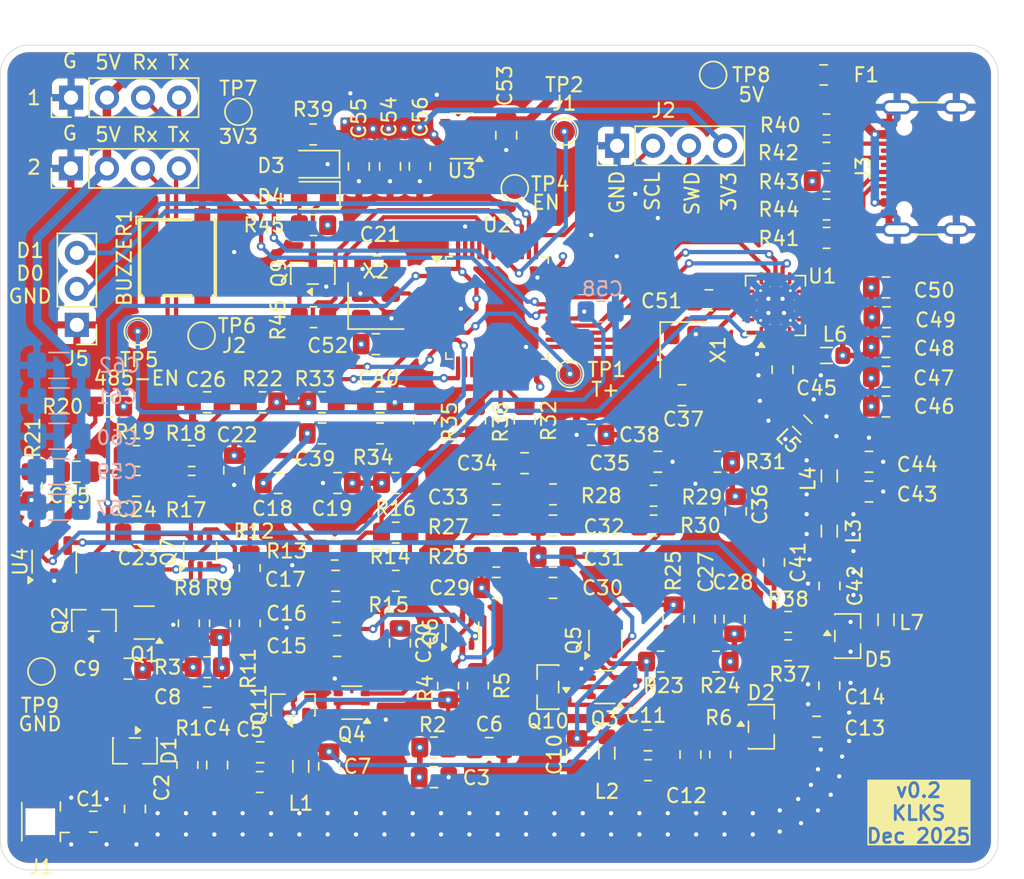
<source format=kicad_pcb>
(kicad_pcb (version 20241229) (generator "pcbnew") (generator_version "9.0")
  (layers (0 "F.Cu" signal) (4 "In1.Cu" power "GND") (6 "In2.Cu" power) (2 "B.Cu" signal) (13 "F.Paste" user) (15 "B.Paste" user) (5 "F.SilkS" user "F.Silkscreen") (7 "B.SilkS" user "B.Silkscreen") (1 "F.Mask" user) (3 "B.Mask" user) (25 "Edge.Cuts" user))
  (net 0 "")
  (net 1 "Net-(C2-Pad2)")
  (net 2 "Net-(C4-Pad2)")
  (net 3 "Net-(C5-Pad1)")
  (net 4 "Net-(Q11-B)")
  (net 5 "Net-(Q2-B)")
  (net 6 "Net-(C11-Pad1)")
  (net 7 "Net-(C11-Pad2)")
  (net 8 "Net-(C13-Pad2)")
  (net 9 "Net-(C15-Pad2)")
  (net 10 "Net-(C17-Pad1)")
  (net 11 "Net-(C18-Pad2)")
  (net 12 "RF_X1")
  (net 13 "Net-(Q7A-C1)")
  (net 14 "Net-(Q7B-C2)")
  (net 15 "Net-(C24-Pad1)")
  (net 16 "Net-(C26-Pad1)")
  (net 17 "Net-(Q10-B)")
  (net 18 "Net-(C29-Pad1)")
  (net 19 "Net-(Q5B-C2)")
  (net 20 "Net-(C32-Pad1)")
  (net 21 "Net-(C33-Pad1)")
  (net 22 "Net-(C35-Pad1)")
  (net 23 "MCU_X2")
  (net 24 "Net-(C39-Pad1)")
  (net 25 "Net-(U2-NRST)")
  (net 26 "Net-(Q1A-B1)")
  (net 27 "Net-(Q10-E)")
  (net 28 "Net-(Q3B-C2)")
  (net 29 "Net-(Q11-E)")
  (net 30 "Net-(Q4B-C2)")
  (net 31 "Net-(R13-Pad2)")
  (net 32 "Net-(U2-PB2)")
  (net 33 "Net-(R34-Pad2)")
  (net 34 "PB0")
  (net 35 "SPI_SCLK")
  (net 42 "SPI_SDO")
  (net 44 "SPI_SDI")
  (net 47 "RF_X2")
  (net 48 "SPI_nSEL")
  (net 55 "MCU_X1")
  (net 62 "SWCLK")
  (net 63 "SWDIO")
  (net 64 "VBUS")
  (net 65 "Net-(D3-A)")
  (net 66 "5V")
  (net 67 "Net-(J3-D+-PadA6)")
  (net 68 "Net-(J3-CC2)")
  (net 69 "Net-(J3-D--PadA7)")
  (net 71 "Net-(J3-CC1)")
  (net 73 "D+")
  (net 74 "D-")
  (net 76 "TXD-1")
  (net 77 "TXD-2")
  (net 78 "RXD-2")
  (net 79 "RXD-1")
  (net 80 "Net-(D4-A)")
  (net 81 "Net-(Q9-B)")
  (net 82 "PB7")
  (net 83 "Net-(U2-PA0)")
  (net 84 "Net-(U2-PB5)")
  (net 85 "Net-(U2-PA1)")
  (net 86 "Net-(U2-PB4)")
  (net 87 "PB1")
  (net 88 "WG-D1")
  (net 89 "WG-D0")
  (net 90 "Net-(D5-Pad3)")
  (net 91 "/RF Circuit/VIA_P3")
  (net 92 "/RF Circuit/VIA_P4")
  (net 93 "PA8")
  (net 94 "PC13")
  (net 95 "Net-(Q5B-B2)")
  (net 96 "Net-(Q6A-C1)")
  (net 97 "Net-(Q6B-C2)")
  (net 98 "Net-(Q6B-B2)")
  (net 99 "Net-(Q7A-B1)")
  (net 100 "Net-(Q5A-B1)")
  (net 101 "Net-(Q6A-B1)")
  (net 102 "Net-(Q5A-C1)")
  (net 103 "Net-(Q7B-B2)")
  (net 104 "Net-(Q1B-C2)")
  (net 105 "VDD_MCU")
  (net 106 "GND")
  (net 107 "RF")
  (net 108 "Net-(J1-In)")
  (net 109 "Net-(C14-Pad1)")
  (net 110 "Net-(C42-Pad1)")
  (net 111 "Net-(C42-Pad2)")
  (net 112 "Net-(C43-Pad1)")
  (net 113 "Net-(C44-Pad1)")
  (net 114 "Net-(C45-Pad2)")
  (net 115 "RF_TX")
  (net 117 "Net-(BUZZER1-+)")
  (footprint "Package_TO_SOT_SMD:SOT-363_SC-70-6" (layer "F.Cu") (at 78 97.9 90)
    (property "Reference" "Q5")
    (property "Value" "BC847BS")
  )
  (footprint "Resistor_SMD:R_0805_2012Metric_Pad1.20x1.40mm_HandSolder" (layer "F.Cu") (at 57.375 62.2)
    (property "Reference" "R39")
    (property "Value" "1k" (hide yes))
  )
  (footprint "Resistor_SMD:R_0805_2012Metric_Pad1.20x1.40mm_HandSolder" (layer "F.Cu") (at 58.9 91.5)
    (property "Reference" "R13")
    (property "Value" "2k" (hide yes))
  )
  (footprint "Resistor_SMD:R_0805_2012Metric_Pad1.20x1.40mm_HandSolder" (layer "F.Cu") (at 70.3 89.8)
    (property "Reference" "R27")
    (property "Value" "1M" (hide yes))
  )
  (footprint "Resistor_SMD:R_0805_2012Metric_Pad1.20x1.40mm_HandSolder" (layer "F.Cu") (at 53.6 107.9)
    (property "Reference" "R7" (hide yes))
    (property "Value" "R" (hide yes))
  )
  (footprint "Resistor_SMD:R_0805_2012Metric_Pad1.20x1.40mm_HandSolder" (layer "F.Cu") (at 50.8 96.7 -90)
    (property "Reference" "R9")
    (property "Value" "4.7k" (hide yes))
  )
  (footprint "Resistor_SMD:R_0805_2012Metric_Pad1.20x1.40mm_HandSolder" (layer "F.Cu") (at 93.6 65.5 180)
    (property "Reference" "R43")
    (property "Value" "1.5k" (hide yes))
  )
  (footprint "Resistor_SMD:R_0805_2012Metric_Pad1.20x1.40mm_HandSolder" (layer "F.Cu") (at 57.4 68.6)
    (property "Reference" "R45")
    (property "Value" "1k" (hide yes))
  )
  (footprint "Capacitor_SMD:C_0805_2012Metric_Pad1.18x1.45mm_HandSolder" (layer "F.Cu") (at 49.9 101.9 180)
    (property "Reference" "C8")
    (property "Value" "100nF" (hide yes))
  )
  (footprint "Resistor_SMD:R_0805_2012Metric_Pad1.20x1.40mm_HandSolder" (layer "F.Cu") (at 48.6 96.7 -90)
    (property "Reference" "R8")
    (property "Value" "4.7k" (hide yes))
  )
  (footprint "Resistor_SMD:R_0805_2012Metric_Pad1.20x1.40mm_HandSolder" (layer "F.Cu") (at 93.6 69.5 180)
    (property "Reference" "R41")
    (property "Value" "5.1k" (hide yes))
  )
  (footprint "Capacitor_SMD:C_0805_2012Metric_Pad1.18x1.45mm_HandSolder" (layer "F.Cu") (at 84 105.9625 90)
    (property "Reference" "C12")
    (property "Value" "2.2nF" (hide yes))
  )
  (footprint "Resistor_SMD:R_0805_2012Metric_Pad1.20x1.40mm_HandSolder" (layer "F.Cu") (at 63.2 86.8 180)
    (property "Reference" "R16")
    (property "Value" "30" (hide yes))
  )
  (footprint "Capacitor_SMD:C_0805_2012Metric_Pad1.18x1.45mm_HandSolder" (layer "F.Cu") (at 60.6 64.4625 -90)
    (property "Reference" "C55")
    (property "Value" "100nF" (hide yes))
  )
  (footprint "Resistor_SMD:R_0805_2012Metric_Pad1.20x1.40mm_HandSolder" (layer "F.Cu") (at 58 81.1)
    (property "Reference" "R33")
    (property "Value" "10k" (hide yes))
  )
  (footprint "Capacitor_SMD:C_0805_2012Metric_Pad1.18x1.45mm_HandSolder" (layer "F.Cu") (at 69.8 105.5)
    (property "Reference" "C6")
    (property "Value" "100nF" (hide yes))
  )
  (footprint "TestPoint:TestPoint_Pad_D1.5mm" (layer "F.Cu") (at 52.1 60.6)
    (property "Reference" "TP7")
    (property "Value" "3V3")
  )
  (footprint "Capacitor_SMD:C_0805_2012Metric_Pad1.18x1.45mm_HandSolder" (layer "F.Cu") (at 85 96.4 -90)
    (property "Reference" "C27")
    (property "Value" "100nF" (hide yes))
  )
  (footprint "Connector_Coaxial:U.FL_Hirose_U.FL-R-SMT-1_Vertical" (layer "F.Cu") (at 38.65 110.7 180)
    (property "Reference" "J1")
    (property "Value" "U.FL")
  )
  (footprint "Inductor_SMD:L_0805_2012Metric_Pad1.05x1.20mm_HandSolder" (layer "F.Cu") (at 56.5 106.8 90)
    (property "Reference" "L1")
    (property "Value" "12nH" (hide yes))
  )
  (footprint "Connector_PinHeader_2.54mm:PinHeader_1x04_P2.54mm_Vertical" (layer "F.Cu") (at 40.29 59.6 90)
    (property "Reference" "USART1" (hide yes))
    (property "Value" "Conn_01x04_Socket" (hide yes))
  )
  (footprint "TestPoint:TestPoint_Pad_D1.5mm" (layer "F.Cu") (at 75.1 62)
    (property "Reference" "TP2")
    (property "Value" "J1")
  )
  (footprint "Package_TO_SOT_SMD:SOT-363_SC-70-6" (layer "F.Cu") (at 67.9 97.3 90)
    (property "Reference" "Q6")
    (property "Value" "BC847BS")
  )
  (footprint "Package_TO_SOT_SMD:SOT-363_SC-70-6" (layer "F.Cu") (at 49.4 91.7 90)
    (property "Reference" "Q7")
    (property "Value" "BC847BS")
  )
  (footprint "Capacitor_SMD:C_0805_2012Metric_Pad1.18x1.45mm_HandSolder" (layer "F.Cu") (at 44.9 87 180)
    (property "Reference" "C24")
    (property "Value" "12pF" (hide yes))
  )
  (footprint "Resistor_SMD:R_0805_2012Metric_Pad1.20x1.40mm_HandSolder" (layer "F.Cu") (at 43 81.4)
    (property "Reference" "R20")
    (property "Value" "4.7k" (hide yes))
  )
  (footprint "Capacitor_SMD:C_0805_2012Metric_Pad1.18x1.45mm_HandSolder" (layer "F.Cu") (at 71 62.2625 -90)
    (property "Reference" "C53")
    (property "Value" "10uF" (hide yes))
  )
  (footprint "Resistor_SMD:R_0805_2012Metric_Pad1.20x1.40mm_HandSolder" (layer "F.Cu") (at 66.9 101.1 90)
    (property "Reference" "R4")
    (property "Value" "4.7k" (hide yes))
  )
  (footprint "Resistor_SMD:R_0805_2012Metric_Pad1.20x1.40mm_HandSolder" (layer "F.Cu") (at 65.2 82.4 -90)
    (property "Reference" "R35")
    (property "Value" "4.7k" (hide yes))
  )
  (footprint "Inductor_SMD:L_0805_2012Metric_Pad1.05x1.20mm_HandSolder" (layer "F.Cu") (at 93.6 77.8)
    (property "Reference" "L6")
    (property "Value" "0.1uH" (hide yes))
  )
  (footprint "Package_TO_SOT_SMD:SOT-363_SC-70-6" (layer "F.Cu") (at 77.95 101.2 180)
    (property "Reference" "Q3")
    (property "Value" "BC847BS")
  )
  (footprint "Connector_PinHeader_2.54mm:PinHeader_1x04_P2.54mm_Vertical" (layer "F.Cu") (at 78.82 63 90)
    (property "Reference" "J2")
    (property "Value" "Conn_01x04_Socket" (hide yes))
  )
  (footprint "Capacitor_SMD:C_0805_2012Metric_Pad1.18x1.45mm_HandSolder" (layer "F.Cu") (at 65.9 107.5625 180)
    (property "Reference" "C3")
    (property "Value" "3.2pF" (hide yes))
  )
  (footprint "Resistor_SMD:R_0805_2012Metric_Pad1.20x1.40mm_HandSolder" (layer "F.Cu") (at 85.8 99.4 180)
    (property "Reference" "R24")
    (property "Value" "1.5k" (hide yes))
  )
  (footprint "Capacitor_SMD:C_0805_2012Metric_Pad1.18x1.45mm_HandSolder" (layer "F.Cu") (at 92.9 104 180)
    (property "Reference" "C13")
    (property "Value" "12pF" (hide yes))
  )
  (footprint "Resistor_SMD:R_0805_2012Metric_Pad1.20x1.40mm_HandSolder" (layer "F.Cu") (at 63.2 93.7)
    (property "Reference" "R15")
    (property "Value" "5.1k" (hide yes))
  )
  (footprint "Resistor_SMD:R_0805_2012Metric_Pad1.20x1.40mm_HandSolder" (layer "F.Cu") (at 81 107.0625)
    (property "Reference" "R10" (hide yes))
    (property "Value" "R" (hide yes))
  )
  (footprint "Capacitor_SMD:C_0805_2012Metric_Pad1.18x1.45mm_HandSolder" (layer "F.Cu") (at 44.3 99.9)
    (property "Reference" "C9")
    (property "Value" "10uF" (hide yes))
  )
  (footprint "Capacitor_SMD:C_0805_2012Metric_Pad1.18x1.45mm_HandSolder" (layer "F.Cu") (at 76 105.8625 90)
    (property "Reference" "C10")
    (property "Value" "2.2nF" (hide yes))
  )
  (footprint "Package_TO_SOT_SMD:SOT-23-6" (layer "F.Cu") (at 39.1 92.35 90)
    (property "Reference" "U4")
    (property "Value" "SN74LVC2G14DBVR")
  )
  (footprint "Resistor_SMD:R_0805_2012Metric_Pad1.20x1.40mm_HandSolder" (layer "F.Cu") (at 70.3 92)
    (property "Reference" "R26")
    (property "Value" "1M" (hide yes))
  )
  (footprint "Capacitor_SMD:C_0805_2012Metric_Pad1.18x1.45mm_HandSolder" (layer "F.Cu") (at 63.5 98.1 -90)
    (property "Reference" "C20")
    (property "Value" "10uF" (hide yes))
  )
  (footprint "Capacitor_SMD:C_0805_2012Metric_Pad1.18x1.45mm_HandSolder" (layer "F.Cu") (at 41.8625 110.7 180)
    (property "Reference" "C1")
    (property "Value" "100pF" (hide yes))
  )
  (footprint "Resistor_SMD:R_0805_2012Metric_Pad1.20x1.40mm_HandSolder" (layer "F.Cu") (at 63.2 90.3)
    (property "Reference" "R14")
    (property "Value" "2k" (hide yes))
  )
  (footprint "EasyEDA:BUZ-SMD_3P-L5.2-W5.2-P3.50-BR" (layer "F.Cu") (at 47.8 70.9 180)
    (property "Reference" "BUZZER1")
    (property "Value" "MLT-5030")
  )
  (footprint "Connector_PinHeader_2.54mm:PinHeader_1x04_P2.54mm_Vertical" (layer "F.Cu") (at 40.28 64.6 90)
    (property "Reference" "USART2" (hide yes))
    (property "Value" "Conn_01x04_Socket" (hide yes))
  )
  (footprint "Resistor_SMD:R_0805_2012Metric_Pad1.20x1.40mm_HandSolder" (layer "F.Cu") (at 93.6 67.5 180)
    (property "Reference" "R44")
    (property "Value" "22" (hide yes))
  )
  (footprint "Resistor_SMD:R_0805_2012Metric_Pad1.20x1.40mm_HandSolder" (layer "F.Cu") (at 52.9 96.7 -90)
    (property "Reference" "R11")
    (property "Value" "750" (hide yes))
  )
  (footprint "Resistor_SMD:R_0805_2012Metric_Pad1.20x1.40mm_HandSolder" (layer "F.Cu") (at 93.6 63.5 180)
    (property "Reference" "R42")
    (property "Value" "22" (hide yes))
  )
  (footprint "Capacitor_SMD:C_0805_2012Metric_Pad1.18x1.45mm_HandSolder" (layer "F.Cu") (at 70.3 94.2 180)
    (property "Reference" "C29")
    (property "Value" "10nF" (hide yes))
  )
  (footprint "Capacitor_SMD:C_0805_2012Metric_Pad1.18x1.45mm_HandSolder" (layer "F.Cu") (at 49.9 81.1 180)
    (property "Reference" "C26")
    (property "Value" "1uF" (hide yes))
  )
  (footprint "Inductor_SMD:L_0805_2012Metric_Pad1.05x1.20mm_HandSolder" (layer "F.Cu") (at 93.8 90.2 -90)
    (property "Reference" "L3")
    (property "Value" "10nH" (hide yes))
  )
  (footprint "Package_TO_SOT_SMD:SOT-23" (layer "F.Cu") (at 55.95 102.46 90)
    (property "Reference" "Q11")
    (property "Value" "MMBT3904")
  )
  (footprint "Capacitor_SMD:C_0805_2012Metric_Pad1.18x1.45mm_HandSolder" (layer "F.Cu") (at 74.3 92 180)
    (property "Reference" "C31")
    (property "Value" "20pF" (hide yes))
  )
  (footprint "Resistor_SMD:R_0805_2012Metric_Pad1.20x1.40mm_HandSolder" (layer "F.Cu") (at 52.9 92.8 90)
    (property "Reference" "R12")
    (property "Value" "750" (hide yes))
  )
  (footprint "Capacitor_SMD:C_0805_2012Metric_Pad1.18x1.45mm_HandSolder" (layer "F.Cu") (at 51.8 85.9 -90)
    (property "Reference" "C22")
    (property "Value" "10uF" (hide yes))
  )
  (footprint "Capacitor_SMD:C_0805_2012Metric_Pad1.18x1.45mm_HandSolder" (layer "F.Cu") (at 97.8 73)
    (property "Reference" "C50")
    (property "Value" "10uF" (hide yes))
  )
  (footprint "Resistor_SMD:R_0805_2012Metric_Pad1.20x1.40mm_HandSolder" (layer "F.Cu") (at 48.8 84.9)
    (property "Reference" "R18")
    (property "Value" "750" (hide yes))
  )
  (footprint "Resistor_SMD:R_0805_2012Metric_Pad1.20x1.40mm_HandSolder" (layer "F.Cu") (at 69 101.1 -90)
    (property "Reference" "R5")
    (property "Value" "4.7k" (hide yes))
  )
  (footprint "Capacitor_SMD:C_0805_2012Metric_Pad1.18x1.45mm_HandSolder" (layer "F.Cu") (at 59 95.9 180)
    (property "Reference" "C16")
    (property "Value" "20pF" (hide yes))
  )
  (footprint "Package_TO_SOT_SMD:SOT-23-3" (layer "F.Cu") (at 44.8 105.7 -90)
    (property "Reference" "D1")
    (property "Value" "BAT54S")
  )
  (footprint "Capacitor_SMD:C_0805_2012Metric_Pad1.18x1.45mm_HandSolder" (layer "F.Cu") (at 70.3 87.6 180)
    (property "Reference" "C33")
    (property "Value" "10nF" (hide yes))
  )
  (footprint "Capacitor_SMD:C_0805_2012Metric_Pad1.18x1.45mm_HandSolder" (layer "F.Cu") (at 72.3 85.4 180)
    (property "Reference" "C34")
    (property "Value" "2.2nF" (hide yes))
  )
  (footprint "Resistor_SMD:R_0805_2012Metric_Pad1.20x1.40mm_HandSolder" (layer "F.Cu") (at 37.5 87 90)
    (property "Reference" "R21")
    (property "Value" "10k" (hide yes))
  )
  (footprint "TestPoint:TestPoint_Pad_D1.5mm" (layer "F.Cu") (at 49.5 76.4)
    (property "Reference" "TP6")
    (property "Value" "J2")
  )
  (footprint "Capacitor_SMD:C_0805_2012Metric_Pad1.18x1.45mm_HandSolder" (layer "F.Cu") (at 87.2 88.8 -90)
    (property "Reference" "C36")
    (property "Value" "10uF" (hide yes))
  )
  (footprint "LED_SMD:LED_0805_2012Metric_Pad1.15x1.40mm_HandSolder" (layer "F.Cu") (at 57.4 66.5 180)
    (property "Reference" "D4")
    (property "Value" "LED" (hide yes))
  )
  (footprint "Package_SO:TSOP-5_1.65x3.05mm_P0.95mm" (layer "F.Cu") (at 67.86 62.3125 180)
    (property "Reference" "U3")
    (property "Value" "RT9013" (hide yes))
  )
  (footprint "Capacitor_SMD:C_0805_2012Metric_Pad1.18x1.45mm_HandSolder" (layer "F.Cu") (at 40.6625 86 180)
    (property "Reference" "C25")
    (property "Value" "10nF" (hide yes))
  )
  (footprint "Resistor_SMD:R_0805_2012Metric_Pad1.20x1.40mm_HandSolder" (layer "F.Cu") (at 81.4 87.7)
    (property "Reference" "R29")
    (property "Value" "3k" (hide yes))
  )
  (footprint "Fuse:Fuse_0805_2012Metric_Pad1.15x1.40mm_HandSolder" (layer "F.Cu") (at 93.4 58 180)
    (property "Reference" "F1")
    (property "Value" "6V 0.75A" (hide yes))
  )
  (footprint "Inductor_SMD:L_0805_2012Metric_Pad1.05x1.20mm_HandSolder" (layer "F.Cu") (at 97.8 96.45 90)
    (property "Reference" "L7")
    (property "Value" "16uH" (hide yes))
  )
  (footprint "Package_TO_SOT_SMD:SOT-23" (layer "F.Cu") (at 73.94 101.2 180)
    (property "Reference" "Q10")
    (property "Value" "MMBT3904")
  )
  (footprint "TestPoint:TestPoint_Pad_D1.5mm" (layer "F.Cu") (at 71.6 66)
    (property "Reference" "TP4")
    (property "Value" "EN")
  )
  (footprint "Capacitor_SMD:C_0805_2012Metric_Pad1.18x1.45mm_HandSolder" (layer "F.Cu") (at 81.7 85.3)
    (property "Reference" "C35")
    (property "Value" "1uF" (hide yes))
  )
  (footprint "Oscillator:Oscillator_SMD_Abracon_ASE-4Pin_3.2x2.5mm" (layer "F.Cu") (at 83.5 77.4 -90)
    (property "Reference" "X1")
    (property "Value" "X322525MOB4SI")
  )
  (footprint "Package_TO_SOT_SMD:SOT-363_SC-70-6" (layer "F.Cu") (at 45.45 96.65 180)
    (property "Reference" "Q1")
    (property "Value" "BC847BS")
  )
  (footprint "Inductor_SMD:L_0805_2012Metric_Pad1.05x1.20mm_HandSolder" (layer "F.Cu") (at 93.8 86.3 -90)
    (property "Reference" "L4")
    (property "Value" "11nH" (hide yes))
  )
  (footprint "Capacitor_SMD:C_0805_2012Metric_Pad1.18x1.45mm_HandSolder" (layer "F.Cu") (at 97.8 77.2)
    (property "Reference" "C48")
    (property "Value" "10uF" (hide yes))
  )
  (footprint "Resistor_SMD:R_0805_2012Metric_Pad1.20x1.40mm_HandSolder" (layer "F.Cu") (at 44.9 84.9)
    (property "Reference" "R19")
    (property "Value" "750" (hide yes))
  )
  (footprint "Package_QFP:LQFP-48_7x7mm_P0.5mm" (layer "F.Cu") (at 70.35 74.44)
    (property "Reference" "U2")
    (property "Value" "N32G435_LQFP48")
  )
  (footprint "Inductor_SMD:L_0805_2012Metric_Pad1.05x1.20mm_HandSolder" (layer "F.Cu") (at 91.9 82.7 -45)
    (property "Reference" "L5")
    (property "Value" "13nH" (hide yes))
  )
  (footprint "Package_TO_SOT_SMD:SOT-23-3" (layer "F.Cu") (at 89 104)
    (property "Reference" "D2")
    (property "Value" "BAT54S")
  )
  (footprint "Resistor_SMD:R_0805_2012Metric_Pad1.20x1.40mm_HandSolder" (layer "F.Cu") (at 93.6 61.5 180)
    (property "Reference" "R40")
    (property "Value" "5.1k" (hide yes))
  )
  (footprint "Capacitor_SMD:C_0805_2012Metric_Pad1.18x1.45mm_HandSolder" (layer "F.Cu") (at 93.813688 94.061208 -90)
    (property "Reference" "C42")
    (property "Value" "100pF" (hide yes))
  )
  (footprint "Capacitor_SMD:C_0805_2012Metric_Pad1.18x1.45mm_HandSolder" (layer "F.Cu") (at 61.9 71.5 180)
    (property "Reference" "C21")
    (property "Value" "24pF" (hide yes))
  )
  (footprint "Resistor_SMD:R_0805_2012Metric_Pad1.20x1.40mm_HandSolder" (layer "F.Cu") (at 81.4 89.8)
    (property "Reference" "R30")
    (property "Value" "5.1k" (hide yes))
  )
  (footprint "TestPoint:TestPoint_Pad_D1.5mm" (layer "F.Cu") (at 45 76.1)
    (property "Reference" "TP5")
    (property "Value" "485-EN")
  )
  (footprint "Capacitor_SMD:C_0805_2012Metric_Pad1.18x1.45mm_HandSolder" (layer "F.Cu") (at 93.8 101.1 -90)
    (property "Reference" "C14")
    (property "Value" "100pF" (hide yes))
  )
  (footprint "Capacitor_SMD:C_0805_2012Metric_Pad1.18x1.45mm_HandSolder" (layer "F.Cu") (at 58.9625 93.7 180)
    (property "Reference" "C17")
    (property "Value" "12pF" (hide yes))
  )
  (footprint "Capacitor_SMD:C_0805_2012Metric_Pad1.18x1.45mm_HandSolder" (layer "F.Cu") (at 62.8 64.4625 -90)
    (property "Reference" "C54")
    (property "Value" "10uF" (hide yes))
  )
  (footprint "Capacitor_SMD:C_0805_2012Metric_Pad1.18x1.45mm_HandSolder" (layer "F.Cu") (at 77 83.4 180)
    (property "Reference" "C38")
    (property "Value" "10uF" (hide yes))
  )
  (footprint "Capacitor_SMD:C_0805_2012Metric_Pad1.18x1.45mm_HandSolder" (layer "F.Cu") (at 58 83.3 180)
    (property "Reference" "C39")
    (property "Value" "1nF" (hide yes))
  )
  (footprint "Resistor_SMD:R_0805_2012Metric_Pad1.20x1.40mm_HandSolder" (layer "F.Cu") (at 74.3 87.6)
    (property "Reference" "R28")
    (property "Value" "3k" (hide yes))
  )
  (footprint "Resistor_SMD:R_0805_2012Metric_Pad1.20x1.40mm_HandSolder" (layer "F.Cu") (at 57.4 75.1)
    (property "Reference" "R46")
    (property "Value" "1k" (hide yes))
  )
  (footprint "Package_TO_SOT_SMD:SOT-363_SC-70-6" (layer "F.Cu") (at 60.1 102.3 180)
    (property "Reference" "Q4")
    (property "Value" "BC847BS")
  )
  (footprint "Resistor_SMD:R_0805_2012Metric_Pad1.20x1.40mm_HandSolder" (layer "F.Cu") (at 82.8 96.4 -90)
    (property "Reference" "R25")
    (property "Value" "10k" (hide yes))
  )
  (footprint "Resistor_SMD:R_0805_2012Metric_Pad1.20x1.40mm_HandSolder" (layer "F.Cu") (at 62.1 83.3)
    (property "Reference" "R34")
    (property "Value" "0R" (hide yes))
  )
  (footprint "Capacitor_SMD:C_0805_2012Metric_Pad1.18x1.45mm_HandSolder" (layer "F.Cu") (at 44.8 109.8 90)
    (property "Reference" "C2")
    (property "Value" "3.2pF" (hide yes))
  )
  (footprint "Package_TO_SOT_SMD:SOT-23-3" (layer "F.Cu") (at 95.1 97.6)
    (property "Reference" "D5")
    (property "Value" "BAR6405")
  )
  (footprint "Resistor_SMD:R_0805_2012Metric_Pad1.20x1.40mm_HandSolder" (layer "F.Cu") (at 90.9 96.6)
    (property "Reference" "R38")
    (property "Value" "1k" (hide yes))
  )
  (footprint "Connector_USB:USB_C_Receptacle_GCT_USB4105-xx-A_16P_TopMnt_Horizontal" (layer "F.Cu") (at 101.69 64.6 90)
    (property "Reference" "J3")
    (property "Value" "USB_C_Receptacle_USB2.0_16P")
  )
  (footprint "Capacitor_SMD:C_0805_2012Metric_Pad1.18x1.45mm_HandSolder" (layer "F.Cu") (at 74.3 94.2 180)
    (property "Reference" "C30")
    (property "Value" "2.2nF" (hide yes))
  )
  (footprint "Capacitor_SMD:C_0805_2012Metric_Pad1.18x1.45mm_HandSolder" (layer "F.Cu") (at 97.8 81.4)
    (property "Reference" "C46")
    (property "Value" "10uF" (hide yes))
  )
  (footprint "Capacitor_SMD:C_0805_2012Metric_Pad1.18x1.45mm_HandSolder" (layer "F.Cu") (at 45 90.4 180)
    (property "Reference" "C23")
    (property "Value" "20pF" (hide yes))
  )
  (footprint "Capacitor_SMD:C_0805_2012Metric_Pad1.18x1.45mm_HandSolder" (layer "F.Cu") (at 96.6 85.3)
    (property "Reference" "C44")
    (property "Value" "4.7pF" (hide yes))
  )
  (footprint "TestPoint:TestPoint_Pad_D1.5mm" (layer "F.Cu") (at 38.2 100.1)
    (property "Reference" "TP9")
    (property "Value" "GND")
  )
  (footprint "Package_TO_SOT_SMD:SOT-23" (layer "F.Cu") (at 41.9 96.5 90)
    (property "Reference" "Q2")
    (property "Value" "MMBT3904")
  )
  (footprint "Resistor_SMD:R_0805_2012Metric_Pad1.20x1.40mm_HandSolder" (layer "F.Cu") (at 48.5 106.7 -90)
    (property "Reference" "R1")
    (property "Value" "1.5k" (hide yes))
  )
  (footprint "Capacitor_SMD:C_0805_2012Metric_Pad1.18x1.45mm_HandSolder" (layer "F.Cu") (at 54.9 86.8 180)
    (property "Reference" "C18")
    (property "Value" "2.2nF" (hide yes))
  )
  (footprint "Resistor_SMD:R_0805_2012Metric_Pad1.20x1.40mm_HandSolder" (layer "F.Cu") (at 85.9 85.3 180)
    (property "Reference" "R31")
    (property "Value" "30" (hide yes))
  )
  (footprint "Resistor_SMD:R_0805_2012Metric_Pad1.20x1.40mm_HandSolder" (layer "F.Cu") (at 81.9 99.4 180)
    (property "Reference" "R23")
    (property "Value" "10k" (hide yes))
  )
  (footprint "Capacitor_SMD:C_0805_2012Metric_Pad1.18x1.45mm_HandSolder" (layer "F.Cu") (at 62.1 81.1 180)
    (property "Reference" "C40")
    (property "Value" "100nF" (hide yes))
  )
  (footprint "Resistor_SMD:R_0805_2012Metric_Pad1.20x1.40mm_HandSolder" (layer "F.Cu") (at 53.8 81.1)
    (property "Reference" "R22")
    (property "Value" "30" (hide yes))
  )
  (footprint "Capacitor_SMD:C_0805_2012Metric_Pad1.18x1.45mm_HandSolder" (layer "F.Cu") (at 58.5 106.8 90)
    (property "Reference" "C7")
    (property "Value" "2.2nF" (hide yes))
  )
  (footprint "Resistor_SMD:R_0805_2012Metric_Pad1.20x1.40mm_HandSolder" (layer "F.Cu") (at 65.9 105.4625 180)
    (property "Reference" "R2")
    (property "Value" "1.5k" (hide yes))
  )
  (footprint "Capacitor_SMD:C_0805_2012Metric_Pad1.18x1.45mm_HandSolder" (layer "F.Cu") (at 74.3 89.8 180)
    (property "Reference" "C32")
    (property "Value" "12pF" (hide yes))
  )
  (footprint "LED_SMD:LED_0805_2012Metric_Pad1.15x1.40mm_HandSolder" (layer "F.Cu") (at 57.375 64.3 180)
    (property "Reference" "D3")
    (property "Value" "LED" (hide yes))
  )
  (footprint "Capacitor_SMD:C_0805_2012Metric_Pad1.18x1.45mm_HandSolder" (layer "F.Cu") (at 97.8375 75.1)
    (property "Reference" "C49")
    (property "Value" "10uF" (hide yes))
  )
  (footprint "Capacitor_SMD:C_0805_2012Metric_Pad1.18x1.45mm_HandSolder" (layer "F.Cu") (at 50.6 106.7 90)
    (property "Reference" "C4")
    (property "Value" "2.2nF" (hide yes))
  )
  (footprint "Capacitor_SMD:C_0805_2012Metric_Pad1.18x1.45mm_HandSolder" (layer "F.Cu") (at 59.1 86.8 180)
    (property "Reference" "C19")
    (property "Value" "10uF" (hide yes))
  )
  (footprint "Resistor_SMD:R_0805_2012Metric_Pad1.20x1.40mm_HandSolder" (layer "F.Cu") (at 86.1 105.9625 -90)
    (property "Reference" "R6")
    (property "Value" "1.5k" (hide yes))
  )
  (footprint "Capacitor_SMD:C_0805_2012Metric_Pad1.18x1.45mm_HandSolder" (layer "F.Cu") (at 81 104.9625 180)
    (property "Reference" "C11")
    (property "Value" "100nF" (hide yes))
  )
  (footprint "Capacitor_SMD:C_0805_2012Metric_Pad1.18x1.45mm_HandSolder" (layer "F.Cu") (at 53.6375 105.8 180)
    (property "Reference" "C5")
    (property "Value" "100nF" (hide yes))
  )
  (footprint "Connector_PinHeader_2.54mm:PinHeader_1x03_P2.54mm_Vertical" (layer "F.Cu") (at 40.7 75.64 180)
    (property "Reference" "J5")
    (property "Value" "Conn_01x03_Socket" (hide yes))
  )
  (footprint "Capacitor_SMD:C_0805_2012Metric_Pad1.18x1.45mm_HandSolder" (layer "F.Cu") (at 83.4 80.6 180)
    (property "Reference" "C37")
    (property "Value" "24pF" (hide yes))
  )
  (footprint "Capacitor_SMD:C_0805_2012Metric_Pad1.18x1.45mm_HandSolder" (layer "F.Cu") (at 97.8 79.3)
    (property "Reference" "C47")
    (property "Value" "10uF" (hide yes))
  )
  (footprint "Resistor_SMD:R_0805_2012Metric_Pad1.20x1.40mm_HandSolder" (layer "F.Cu") (at 90.9 98.6 180)
    (property "Reference" "R37")
    (property "Value" "1k" (hide yes))
  )
  (footprint "Resistor_SMD:R_0805_2012Metric_Pad1.20x1.40mm_HandSolder" (layer "F.Cu") (at 48.8 87)
    (property "Reference" "R17")
    (property "Value" "5.1k" (hide yes))
  )
  (footprint "Capacitor_SMD:C_0805_2012Metric_Pad1.18x1.45mm_HandSolder" (layer "F.Cu") (at 90.5 78.8 -90)
    (property "Reference" "C45")
    (property "Value" "3.3pF" (hide yes))
  )
  (footprint "Resistor_SMD:R_0805_2012Metric_Pad1.20x1.40mm_HandSolder" (layer "F.Cu") (at 68.8 82.4 -90)
    (property "Reference" "R36")
    (property "Value" "0R" (hide yes))
  )
  (footprint "Oscillator:Oscillator_SMD_Abracon_ASE-4Pin_3.2x2.5mm" (layer "F.Cu") (at 61.8 74.3)
    (property "Reference" "X2")
    (property "Value" "X322525MOB4SI")
  )
  (footprint "Capacitor_SMD:C_0805_2012Metric_Pad1.18x1.45mm_HandSolder" (layer "F.Cu") (at 64.9 64.4625 -90)
    (property "Reference" "C56")
    (property "Value" "100nF" (hide yes))
  )
  (footprint "Package_DFN_QFN:QFN-20-1EP_4x4mm_P0.5mm_EP2.6x2.6mm_ThermalVias" (layer "F.Cu") (at 90 74.275 90)
    (property "Reference" "U1")
    (property "Value" "Si4463" (hide yes))
  )
  (footprint "TestPoint:TestPoint_Pad_D1.5mm" (layer "F.Cu") (at 75.5 79.1)
    (property "Reference" "TP1")
    (property "Value" "T+")
  )
  (footprint "Capacitor_SMD:C_0805_2012Metric_Pad1.18x1.45mm_HandSolder" (layer "F.Cu") (at 87.1 96.4 -90)
    (property "Reference" "C28")
    (property "Value" "10uF" (hide yes))
  )
  (footprint "Resistor_SMD:R_0805_2012Metric_Pad1.20x1.40mm_HandSolder" (layer "F.Cu") (at 49.9 99.8)
    (property "Reference" "R3")
    (property "Value" "560" (hide yes))
  )
  (footprint "Capacitor_SMD:C_0805_2012Metric_Pad1.18x1.45mm_HandSolder" (layer "F.Cu") (at 85.3 73.9 180)
    (property "Reference" "C51")
    (property "Value" "24pF" (hide yes))
  )
  (footprint "Capacitor_SMD:C_0805_2012Metric_Pad1.18x1.45mm_HandSolder" (layer "F.Cu") (at 59.0625 98.3 180)
    (property "Reference" "C15")
    (property "Value" "2.2nF" (hide yes))
  )
  (footprint "Capacitor_SMD:C_0805_2012Metric_Pad1.18x1.45mm_HandSolder" (layer "F.Cu") (at 96.6 87.4)
    (property "Reference" "C43")
    (property "Value" "3.3pF" (hide yes))
  )
  (footprint "Inductor_SMD:L_0805_2012Metric_Pad1.05x1.20mm_HandSolder" (layer "F.Cu") (at 78.1 105.8625 -90)
    (property "Reference" "L2")
    (property "Value" "12nH" (hide yes))
  )
  (footprint "Package_TO_SOT_SMD:SOT-23" (layer "F.Cu") (at 57.35 72 90)
    (property "Reference" "Q9")
    (property "Value" "MMBT3904")
  )
  (footprint "Capacitor_SMD:C_0805_2012Metric_Pad1.18x1.45mm_HandSolder" (layer "F.Cu") (at 89.9 92.4 90)
    (property "Reference" "C41")
    (property "Value" "100pF" (hide yes))
  )
  (footprint "Capacitor_SMD:C_0805_2012Metric_Pad1.18x1.45mm_HandSolder" (layer "F.Cu") (at 61.8 77)
    (property "Reference" "C52")
    (property "Value" "24pF" (hide yes))
  )
  (footprint "TestPoint:TestPoint_Pad_D1.5mm" (layer "F.Cu") (at 85.6 58)
    (property "Reference" "TP8")
    (property "Value" "5V")
  )
  (footprint "Resistor_SMD:R_0805_2012Metric_Pad1.20x1.40mm_HandSolder" (layer "F.Cu") (at 72.3 82.4 90)
    (property "Reference" "R32")
    (property "Value" "10k" (hide yes))
  )
  (footprint "Capacitor_SMD:C_1206_3216Metric_Pad1.33x1.80mm_HandSolder" (layer "B.Cu") (at 39.4375 83.5 180)
    (property "Reference" "C60")
    (property "Value" "10uF" (hide yes))
  )
  (footprint "Capacitor_SMD:C_1206_3216Metric_Pad1.33x1.80mm_HandSolder" (layer "B.Cu") (at 39.4375 88.5 180)
    (property "Reference" "C57")
    (property "Value" "10uF" (hide yes))
  )
  (footprint "Capacitor_SMD:C_1206_3216Metric_Pad1.33x1.80mm_HandSolder" (layer "B.Cu") (at 39.4375 86 180)
    (property "Reference" "C59")
    (property "Value" "10uF" (hide yes))
  )
  (footprint "Capacitor_SMD:C_1206_3216Metric_Pad1.33x1.80mm_HandSolder" (layer "B.Cu") (at 39.4375 78.5 180)
    (property "Reference" "C62")
    (property "Value" "10uF" (hide yes))
  )
  (footprint "Capacitor_SMD:C_0805_2012Metric_Pad1.18x1.45mm_HandSolder" (layer "B.Cu") (at 77.6625 74.7)
    (property "Reference" "C58")
    (property "Value" "100pF" (hide yes))
  )
  (footprint "Capacitor_SMD:C_1206_3216Metric_Pad1.33x1.80mm_HandSolder" (layer "B.Cu") (at 39.4375 81 180)
    (property "Reference" "C61")
    (property "Value" "10uF" (hide yes))
  )
  (gr_line (start 103.7 114.1) (end 37.3 114.1) (stroke (width 0.05)) (layer "Edge.Cuts"))
  (gr_arc (start 35.3 57.9) (mid 35.885786 56.485786) (end 37.3 55.9) (stroke (width 0.05)) (layer "Edge.Cuts"))
  (gr_line (start 35.3 112.1) (end 35.3 57.9) (stroke (width 0.05)) (layer "Edge.Cuts"))
  (gr_line (start 105.7 57.9) (end 105.7 112.1) (stroke (width 0.05)) (layer "Edge.Cuts"))
  (gr_arc (start 105.7 112.1) (mid 105.114214 113.514214) (end 103.7 114.1) (stroke (width 0.05)) (layer "Edge.Cuts"))
  (gr_arc (start 103.7 55.9) (mid 105.114214 56.485786) (end 105.7 57.9) (stroke (width 0.05)) (layer "Edge.Cuts"))
  (gr_line (start 37.3 55.9) (end 103.7 55.9) (stroke (width 0.05)) (layer "Edge.Cuts"))
  (gr_arc (start 37.3 114.1) (mid 35.885786 113.514214) (end 35.3 112.1) (stroke (width 0.05)) (layer "Edge.Cuts"))
  (gr_text "Tx" (at 47 62.8 0) (layer "F.SilkS") (effects (font (size 1 1) (thickness 0.15) (bold yes)) (justify left bottom)))
  (gr_text "Rx" (at 44.5 62.8 0) (layer "F.SilkS") (effects (font (size 1 1) (thickness 0.15) (bold yes)) (justify left bottom)))
  (gr_text "SCL" (at 81.9 67.7 90) (layer "F.SilkS") (effects (font (size 1 1) (thickness 0.15) (bold yes)) (justify left bottom)))
  (gr_text "5V" (at 41.9 62.8 0) (layer "F.SilkS") (effects (font (size 1 1) (thickness 0.15) (bold yes)) (justify left bottom)))
  (gr_text "GND" (at 79.4 67.9 90) (layer "F.SilkS") (effects (font (size 1 1) (thickness 0.15) (bold yes)) (justify left bottom)))
  (gr_text "5V" (at 41.9 57.7 0) (layer "F.SilkS") (effects (font (size 1 1) (thickness 0.15) (bold yes)) (justify left bottom)))
  (gr_text "v0.2\nKLKS\nDec 2025" (at 100.1 110.1 0) (layer "F.SilkS" knockout) (effects (font (size 1 1) (thickness 0.2) (bold yes))))
  (gr_text "Tx" (at 47 57.7 0) (layer "F.SilkS") (effects (font (size 1 1) (thickness 0.15) (bold yes)) (justify left bottom)))
  (gr_text "Rx" (at 44.5 57.7 0) (layer "F.SilkS") (effects (font (size 1 1) (thickness 0.15) (bold yes)) (justify left bottom)))
  (gr_text "2" (at 37.1 65.1 0) (layer "F.SilkS") (effects (font (size 1 1) (thickness 0.15) (bold yes)) (justify left bottom)))
  (gr_text "D1\nD0\nGND" (at 37.4 74.2 0) (layer "F.SilkS") (effects (font (size 1 1)) (justify bottom)))
  (gr_text "G" (at 39.6 62.7 0) (layer "F.SilkS") (effects (font (size 1 1) (thickness 0.15) (bold yes)) (justify left bottom)))
  (gr_text "G" (at 39.6 57.6 0) (layer "F.SilkS") (effects (font (size 1 1) (thickness 0.15) (bold yes)) (justify left bottom)))
  (gr_text "SWD" (at 84.7 68 90) (layer "F.SilkS") (effects (font (size 1 1) (thickness 0.15) (bold yes)) (justify left bottom)))
  (gr_text "3V3" (at 87.3 67.7 90) (layer "F.SilkS") (effects (font (size 1 1) (thickness 0.15) (bold yes)) (justify left bottom)))
  (gr_text "1" (at 37.1 60.2 0) (layer "F.SilkS") (effects (font (size 1 1) (thickness 0.15) (bold yes)) (justify left bottom)))
  (segment (start 44.8 108.7625) (end 44.8 106.94) (width 0.3353) (layer "F.Cu") (net 1))
  (segment (start 45.09 105.7) (end 48.5 105.7) (width 0.4) (layer "F.Cu") (net 2))
  (segment (start 43.85 104.46) (end 45.09 105.7) (width 0.4) (layer "F.Cu") (net 2))
  (segment (start 52.6 105.8) (end 52.6 107.9) (width 0.4) (layer "F.Cu") (net 2))
  (segment (start 50.5625 105.7) (end 50.6 105.6625) (width 0.4) (layer "F.Cu") (net 2))
  (segment (start 50.6 105.6625) (end 52.4625 105.6625) (width 0.4) (layer "F.Cu") (net 2))
  (segment (start 48.5 105.7) (end 50.5625 105.7) (width 0.4) (layer "F.Cu") (net 2))
  (segment (start 52.4625 105.6625) (end 52.6 105.8) (width 0.4) (layer "F.Cu") (net 2))
  (segment (start 54.675 107.825) (end 54.6 107.9) (width 0.3) (layer "F.Cu") (net 3))
  (segment (start 54.6 107.9) (end 56.45 107.9) (width 0.3) (layer "F.Cu") (net 3))
  (segment (start 56.45 107.9) (end 56.5 107.95) (width 0.3) (layer "F.Cu") (net 3))
  (segment (start 54.675 105.8) (end 54.675 107.825) (width 0.3) (layer "F.Cu") (net 3))
  (segment (start 66.9 102.1) (end 69 102.1) (width 0.3) (layer "F.Cu") (net 4))
  (segment (start 66.9 105.4625) (end 66.9 102.1) (width 0.3) (layer "F.Cu") (net 4))
  (segment (start 56 103) (end 55.4 103) (width 0.3) (layer "F.Cu") (net 4))
  (segment (start 56 103) (end 56 102.5) (width 0.3) (layer "F.Cu") (net 4))
  (segment (start 56 102.5) (end 55.95 102.45) (width 0.3) (layer "F.Cu") (net 4))
  (segment (start 69 102.1) (end 69 105.2625) (width 0.3) (layer "F.Cu") (net 4))
  (segment (start 55.95 102.45) (end 55.95 101.52) (width 0.3) (layer "F.Cu") (net 4))
  (segment (start 55.4 103) (end 55 103.4) (width 0.3) (layer "F.Cu") (net 4))
  (segment (start 69 105.2625) (end 68.7625 105.5) (width 0.3) (layer "F.Cu") (net 4))
  (via (at 66.9 102.1) (size 0.6) (drill 0.3) (layers "F.Cu" "B.Cu") (net 4))
  (via (at 56 103) (size 0.6) (drill 0.3) (layers "F.Cu" "B.Cu") (net 4))
  (segment (start 56.9 102.1) (end 66.9 102.1) (width 0.3) (layer "B.Cu") (net 4))
  (segment (start 56 103) (end 56.9 102.1) (width 0.3) (layer "B.Cu") (net 4))
  (segment (start 42.041 98.531) (end 47.769 98.531) (width 0.3) (layer "F.Cu") (net 5))
  (segment (start 40.95 97.44) (end 42.041 98.531) (width 0.3) (layer "F.Cu") (net 5))
  (segment (start 41.9 95.56) (end 41.9 96.49) (width 0.3) (layer "F.Cu") (net 5))
  (segment (start 47.769 98.531) (end 48.6 97.7) (width 0.3) (layer "F.Cu") (net 5))
  (segment (start 41.9 96.49) (end 40.95 97.44) (width 0.3) (layer "F.Cu") (net 5))
  (segment (start 48.6 97.7) (end 50.8 97.7) (width 0.3) (layer "F.Cu") (net 5))
  (segment (start 50.9375 101.9) (end 50.9375 99.8375) (width 0.3) (layer "F.Cu") (net 5))
  (segment (start 50.9375 99.8375) (end 50.9 99.8) (width 0.3) (layer "F.Cu") (net 5))
  (via (at 50.8 97.7) (size 0.6) (drill 0.3) (layers "F.Cu" "B.Cu") (net 5))
  (via (at 50.9375 99.8375) (size 0.6) (drill 0.3) (layers "F.Cu" "B.Cu") (net 5))
  (segment (start 50.8 97.7) (end 50.8 99.7) (width 0.3) (layer "B.Cu") (net 5))
  (segment (start 50.8 99.7) (end 50.9375 99.8375) (width 0.3) (layer "B.Cu") (net 5))
  (segment (start 84.1375 104.9625) (end 84.1 104.925) (width 0.3) (layer "F.Cu") (net 6))
  (segment (start 86.2 104.9625) (end 84.1375 104.9625) (width 0.3) (layer "F.Cu") (net 6))
  (segment (start 86.1 104.9625) (end 87.7475 104.9625) (width 0.3353) (layer "F.Cu") (net 6))
  (segment (start 82.0375 104.9625) (end 82.0375 107.025) (width 0.3) (layer "F.Cu") (net 6))
  (segment (start 82.0375 107.025) (end 82 107.0625) (width 0.3) (layer "F.Cu") (net 6))
  (segment (start 87.7475 104.9625) (end 87.76 104.95) (width 0.3353) (layer "F.Cu") (net 6))
  (segment (start 82.1375 104.9625) (end 84.0625 104.9625) (width 0.3) (layer "F.Cu") (net 6))
  (segment (start 84.0625 104.9625) (end 84.1 104.925) (width 0.3) (layer "F.Cu") (net 6))
  (segment (start 79.9625 104.9625) (end 79.9625 107.025) (width 0.3) (layer "F.Cu") (net 7))
  (segment (start 79.9625 107.025) (end 80 107.0625) (width 0.3) (layer "F.Cu") (net 7))
  (segment (start 79.95 107.0125) (end 80 107.0625) (width 0.3) (layer "F.Cu") (net 7))
  (segment (start 78.1 107.0125) (end 79.95 107.0125) (width 0.3) (layer "F.Cu") (net 7))
  (segment (start 90.239999 104) (end 91.8625 104) (width 0.3353) (layer "F.Cu") (net 8))
  (segment (start 58.025 98.3) (end 53.5 98.3) (width 0.3) (layer "F.Cu") (net 9))
  (segment (start 53.5 98.3) (end 52.9 97.7) (width 0.3) (layer "F.Cu") (net 9))
  (segment (start 60 93.7) (end 62.2 93.7) (width 0.3) (layer "F.Cu") (net 10))
  (segment (start 53.8625 86.8) (end 53.8625 87.0375) (width 0.3) (layer "F.Cu") (net 11))
  (segment (start 52.9 88) (end 52.9 91.8) (width 0.3) (layer "F.Cu") (net 11))
  (segment (start 53.8625 87.0375) (end 52.9 88) (width 0.3) (layer "F.Cu") (net 11))
  (via (at 53.8625 86.8) (size 0.6) (drill 0.3) (layers "F.Cu" "B.Cu") (net 11))
  (via (at 56.9625 83.3) (size 0.6) (drill 0.3) (layers "F.Cu" "B.Cu") (net 11))
  (segment (start 56.9625 83.3) (end 56.9625 83.7) (width 0.4) (layer "B.Cu") (net 11))
  (segment (start 56.9625 83.7) (end 53.8625 86.8) (width 0.4) (layer "B.Cu") (net 11))
  (segment (start 85.5 77.38) (end 85.5 76.4) (width 0.3) (layer "F.Cu") (net 12))
  (segment (start 86.50687 75.4) (end 87.276 74.63087) (width 0.3) (layer "F.Cu") (net 12))
  (segment (start 87.276 74.024) (end 87.276 74.63087) (width 0.3) (layer "F.Cu") (net 12))
  (segment (start 87.525 73.775) (end 87.276 74.024) (width 0.3) (layer "F.Cu") (net 12))
  (segment (start 86.5 75.4) (end 86.50687 75.4) (width 0.3) (layer "F.Cu") (net 12))
  (segment (start 84.38 78.5) (end 85.5 77.38) (width 0.3) (layer "F.Cu") (net 12))
  (segment (start 85.5 76.4) (end 86.5 75.4) (width 0.3) (layer "F.Cu") (net 12))
  (segment (start 87.276 74.63087) (end 87.276 74.3) (width 0.3) (layer "F.Cu") (net 12))
  (segment (start 88.075 73.775) (end 87.525 73.775) (width 0.3) (layer "F.Cu") (net 12))
  (segment (start 84.38 78.5) (end 84.38 80.5425) (width 0.3) (layer "F.Cu") (net 12))
  (segment (start 84.38 80.5425) (end 84.4375 80.6) (width 0.3) (layer "F.Cu") (net 12))
  (segment (start 49.8 84.9) (end 49.8 87) (width 0.3) (layer "F.Cu") (net 13))
  (segment (start 46.0375 90.4) (end 48.4 90.4) (width 0.3) (layer "F.Cu") (net 13))
  (segment (start 49.8 87) (end 48.75 88.05) (width 0.3) (layer "F.Cu") (net 13))
  (segment (start 48.4 90.4) (end 48.75 90.75) (width 0.3) (layer "F.Cu") (net 13))
  (segment (start 48.75 88.05) (end 48.75 90.75) (width 0.3) (layer "F.Cu") (net 13))
  (segment (start 43.9 86.9625) (end 43.8625 87) (width 0.3) (layer "F.Cu") (net 14))
  (segment (start 41.7 86) (end 43.8 86) (width 0.3) (layer "F.Cu") (net 14))
  (segment (start 46.4625 92.9) (end 47.7 92.9) (width 0.3) (layer "F.Cu") (net 14))
  (segment (start 50.05 92.65) (end 50.75 92.65) (width 0.3) (layer "F.Cu") (net 14))
  (segment (start 43.9625 90.4) (end 46.4625 92.9) (width 0.3) (layer "F.Cu") (net 14))
  (segment (start 50.75 92.65) (end 51 92.9) (width 0.3) (layer "F.Cu") (net 14))
  (segment (start 43.8 86) (end 43.9 85.9) (width 0.3) (layer "F.Cu") (net 14))
  (segment (start 43.9 84.9) (end 43.9 85.9) (width 0.3) (layer "F.Cu") (net 14))
  (segment (start 43.9 85.9) (end 43.9 86.9625) (width 0.3) (layer "F.Cu") (net 14))
  (segment (start 43.8625 87) (end 43.8625 90.3) (width 0.3) (layer "F.Cu") (net 14))
  (segment (start 43.8625 90.3) (end 43.9625 90.4) (width 0.3) (layer "F.Cu") (net 14))
  (via (at 47.7 92.9) (size 0.6) (drill 0.3) (layers "F.Cu" "B.Cu") (net 14))
  (via (at 51 92.9) (size 0.6) (drill 0.3) (layers "F.Cu" "B.Cu") (net 14))
  (segment (start 51 92.9) (end 47.7 92.9) (width 0.3) (layer "B.Cu") (net 14))
  (segment (start 45.9375 87) (end 47.8 87) (width 0.3) (layer "F.Cu") (net 15))
  (segment (start 50.9375 81.7625) (end 50.9375 81.1) (width 0.3) (layer "F.Cu") (net 16))
  (segment (start 52.8 81.1) (end 50.9375 81.1) (width 0.3) (layer "F.Cu") (net 16))
  (segment (start 47.8 84.9) (end 50.9375 81.7625) (width 0.3) (layer "F.Cu") (net 16))
  (segment (start 47.8 84.9) (end 45.9 84.9) (width 0.3) (layer "F.Cu") (net 16))
  (segment (start 85 97.4375) (end 85 99.2) (width 0.3) (layer "F.Cu") (net 17))
  (segment (start 73.93 101.2) (end 74.88 102.15) (width 0.3) (layer "F.Cu") (net 17))
  (segment (start 73 101.2) (end 73.93 101.2) (width 0.3) (layer "F.Cu") (net 17))
  (segment (start 75.179999 102.449999) (end 79.850001 102.449999) (width 0.3) (layer "F.Cu") (net 17))
  (segment (start 82.9 99.4) (end 82.9 97.5) (width 0.3) (layer "F.Cu") (net 17))
  (segment (start 84.9625 97.4) (end 85 97.4375) (width 0.3) (layer "F.Cu") (net 17))
  (segment (start 82.9 97.5) (end 82.8 97.4) (width 0.3) (layer "F.Cu") (net 17))
  (segment (start 74.88 102.15) (end 75.179999 102.449999) (width 0.3) (layer "F.Cu") (net 17))
  (segment (start 85 99.2) (end 84.8 99.4) (width 0.3) (layer "F.Cu") (net 17))
  (segment (start 79.850001 102.449999) (end 82.9 99.4) (width 0.3) (layer "F.Cu") (net 17))
  (segment (start 82.8 97.4) (end 84.9625 97.4) (width 0.3) (layer "F.Cu") (net 17))
  (segment (start 71.3375 94.2) (end 71.3375 92.0375) (width 0.3) (layer "F.Cu") (net 18))
  (segment (start 73.2625 94.2) (end 71.3375 94.2) (width 0.3) (layer "F.Cu") (net 18))
  (segment (start 71.3375 92.0375) (end 71.3 92) (width 0.3) (layer "F.Cu") (net 18))
  (segment (start 78.65 98.83076) (end 79.89038 97.59038) (width 0.3353) (layer "F.Cu") (net 19))
  (segment (start 73.3375 85.4) (end 73.3375 87.5625) (width 0.3) (layer "F.Cu") (net 19))
  (segment (start 73.3375 87.5625) (end 73.3 87.6) (width 0.3) (layer "F.Cu") (net 19))
  (segment (start 78.65 98.85) (end 78.65 98.83076) (width 0.3353) (layer "F.Cu") (net 19))
  (segment (start 73.2625 89.8) (end 73.2625 92) (width 0.3) (layer "F.Cu") (net 19))
  (segment (start 73.3 87.6) (end 73.3 89.7625) (width 0.3) (layer "F.Cu") (net 19))
  (segment (start 73.3 89.7625) (end 73.2625 89.8) (width 0.3) (layer "F.Cu") (net 19))
  (via (at 73.2625 92) (size 0.6) (drill 0.3) (layers "F.Cu" "B.Cu") (net 19))
  (via (at 79.89038 97.59038) (size 0.6) (drill 0.3) (layers "F.Cu" "B.Cu") (net 19))
  (segment (start 79.9 96.3) (end 79.89038 96.30962) (width 0.3) (layer "B.Cu") (net 19))
  (segment (start 75.6 92) (end 79.9 96.3) (width 0.3) (layer "B.Cu") (net 19))
  (segment (start 79.89038 96.30962) (end 79.89038 97.59038) (width 0.3) (layer "B.Cu") (net 19))
  (segment (start 73.2625 92) (end 75.6 92) (width 0.3) (layer "B.Cu") (net 19))
  (segment (start 75.3375 89.8) (end 80.4 89.8) (width 0.3) (layer "F.Cu") (net 20))
  (segment (start 71.3375 87.6) (end 71.3375 89.7625) (width 0.3) (layer "F.Cu") (net 21))
  (segment (start 71.2625 87.525) (end 71.3375 87.6) (width 0.3) (layer "F.Cu") (net 21))
  (segment (start 71.3375 89.7625) (end 71.3 89.8) (width 0.3) (layer "F.Cu") (net 21))
  (segment (start 71.2625 85.4) (end 71.2625 87.525) (width 0.3) (layer "F.Cu") (net 21))
  (segment (start 75.3 87.6) (end 80.3 87.6) (width 0.3) (layer "F.Cu") (net 22))
  (segment (start 80.6625 85.3) (end 80.6625 87.4375) (width 0.3) (layer "F.Cu") (net 22))
  (segment (start 83.824 84.224) (end 81.7385 84.224) (width 0.3) (layer "F.Cu") (net 22))
  (segment (start 81.7385 84.224) (end 80.6625 85.3) (width 0.3) (layer "F.Cu") (net 22))
  (segment (start 80.3 87.6) (end 80.4 87.7) (width 0.3) (layer "F.Cu") (net 22))
  (segment (start 80.6625 87.4375) (end 80.4 87.7) (width 0.3) (layer "F.Cu") (net 22))
  (segment (start 84.9 85.3) (end 83.824 84.224) (width 0.3) (layer "F.Cu") (net 22))
  (segment (start 61.0175 75.18) (end 62.8375 77) (width 0.3) (layer "F.Cu") (net 23))
  (segment (start 63.951 75.8865) (end 62.8375 77) (width 0.3) (layer "F.Cu") (net 23))
  (segment (start 63.951 74.549) (end 63.951 75.8865) (width 0.3) (layer "F.Cu") (net 23))
  (segment (start 66.19 74.19) (end 64.31 74.19) (width 0.3) (layer "F.Cu") (net 23))
  (segment (start 64.31 74.19) (end 63.951 74.549) (width 0.3) (layer "F.Cu") (net 23))
  (segment (start 60.7 75.18) (end 61.0175 75.18) (width 0.3) (layer "F.Cu") (net 23))
  (via (at 60.7625 77) (size 0.6) (drill 0.3) (layers "F.Cu" "B.Cu") (net 23))
  (segment (start 61.1 83.3) (end 59.0375 83.3) (width 0.3) (layer "F.Cu") (net 24))
  (segment (start 64.5 74.8) (end 64.5 77.2) (width 0.3) (layer "F.Cu") (net 25))
  (segment (start 64.5 77.2) (end 61.0625 80.6375) (width 0.3) (layer "F.Cu") (net 25))
  (segment (start 66.19 74.69) (end 64.61 74.69) (width 0.3) (layer "F.Cu") (net 25))
  (segment (start 61.0625 80.6375) (end 61.0625 81.1) (width 0.3) (layer "F.Cu") (net 25))
  (segment (start 64.61 74.69) (end 64.5 74.8) (width 0.3) (layer "F.Cu") (net 25))
  (segment (start 61.0625 81.1) (end 59 81.1) (width 0.3) (layer "F.Cu") (net 25))
  (segment (start 44.5 96.65) (end 46.4 96.65) (width 0.3) (layer "F.Cu") (net 26))
  (segment (start 44.5 96.65) (end 44.5 97.3) (width 0.3) (layer "F.Cu") (net 26))
  (segment (start 44.5 97.3) (end 42.99 97.3) (width 0.3) (layer "F.Cu") (net 26))
  (segment (start 42.99 97.3) (end 42.85 97.44) (width 0.3) (layer "F.Cu") (net 26))
  (segment (start 77 101.85) (end 77 101.2) (width 0.3) (layer "F.Cu") (net 27))
  (segment (start 74.88 100.25) (end 75.83 101.2) (width 0.3) (layer "F.Cu") (net 27))
  (segment (start 77 101.2) (end 78.9 101.2) (width 0.3) (layer "F.Cu") (net 27))
  (segment (start 75.83 101.2) (end 77 101.2) (width 0.3) (layer "F.Cu") (net 27))
  (segment (start 77.74365 98.15635) (end 77.703108 98.15635) (width 0.3353) (layer "F.Cu") (net 28))
  (segment (start 78.040542 97.9) (end 78 97.9) (width 0.3353) (layer "F.Cu") (net 28))
  (segment (start 77.35 98.85) (end 77.35 99.324999) (width 0.3353) (layer "F.Cu") (net 28))
  (segment (start 77.35 99.324999) (end 78.575001 100.55) (width 0.3353) (layer "F.Cu") (net 28))
  (segment (start 78.575001 100.55) (end 78.9 100.55) (width 0.3353) (layer "F.Cu") (net 28))
  (segment (start 78 97.9) (end 77.74365 98.15635) (width 0.3353) (layer "F.Cu") (net 28))
  (segment (start 77.703108 98.15635) (end 77.35 98.509458) (width 0.3353) (layer "F.Cu") (net 28))
  (segment (start 78.65 96.95) (end 78.65 97.290542) (width 0.3353) (layer "F.Cu") (net 28))
  (segment (start 77.35 98.509458) (end 77.35 98.85) (width 0.3353) (layer "F.Cu") (net 28))
  (segment (start 78.65 97.290542) (end 78.040542 97.9) (width 0.3353) (layer "F.Cu") (net 28))
  (segment (start 59.15 102.95) (end 59.15 102.3) (width 0.3) (layer "F.Cu") (net 29))
  (segment (start 56.9 103.4) (end 58.7 103.4) (width 0.3) (layer "F.Cu") (net 29))
  (segment (start 58.7 103.4) (end 59.15 102.95) (width 0.3) (layer "F.Cu") (net 29))
  (segment (start 59.15 102.3) (end 61.05 102.3) (width 0.3) (layer "F.Cu") (net 29))
  (segment (start 67.610418 97.574) (end 67.25 97.934418) (width 0.3) (layer "F.Cu") (net 30))
  (segment (start 67.25 97.934418) (end 67.25 98.25) (width 0.3) (layer "F.Cu") (net 30))
  (segment (start 68.55 96.665582) (end 67.641582 97.574) (width 0.3) (layer "F.Cu") (net 30))
  (segment (start 67.641582 97.574) (end 67.610418 97.574) (width 0.3) (layer "F.Cu") (net 30))
  (segment (start 68.55 96.35) (end 68.55 96.665582) (width 0.3) (layer "F.Cu") (net 30))
  (segment (start 67.09313 98.25) (end 67.25 98.25) (width 0.3) (layer "F.Cu") (net 30))
  (segment (start 61.05 101.65) (end 63.69313 101.65) (width 0.3) (layer "F.Cu") (net 30))
  (segment (start 63.69313 101.65) (end 67.09313 98.25) (width 0.3) (layer "F.Cu") (net 30))
  (segment (start 64.2 87.2) (end 62.2 89.2) (width 0.3) (layer "F.Cu") (net 31))
  (segment (start 62.2 90.3) (end 61.1 90.3) (width 0.3) (layer "F.Cu") (net 31))
  (segment (start 64.2 86.8) (end 64.2 87.2) (width 0.3) (layer "F.Cu") (net 31))
  (segment (start 61.1 90.3) (end 59.9 91.5) (width 0.3) (layer "F.Cu") (net 31))
  (segment (start 62.2 89.2) (end 62.2 90.3) (width 0.3) (layer "F.Cu") (net 31))
  (segment (start 71.1 78.6) (end 71.1 80.2) (width 0.3) (layer "F.Cu") (net 32))
  (segment (start 71.1 80.2) (end 72.3 81.4) (width 0.3) (layer "F.Cu") (net 32))
  (segment (start 65.2 83.4) (end 68.8 83.4) (width 0.3) (layer "F.Cu") (net 33))
  (segment (start 63.1 83.3) (end 65.1 83.3) (width 0.3) (layer "F.Cu") (net 33))
  (segment (start 65.1 83.3) (end 65.2 83.4) (width 0.3) (layer "F.Cu") (net 33))
  (segment (start 70.1 78.6) (end 70.1 80.1) (width 0.3) (layer "F.Cu") (net 34))
  (segment (start 70.1 80.1) (end 68.8 81.4) (width 0.3) (layer "F.Cu") (net 34))
  (segment (start 90.5 71.6) (end 90.8 71.3) (width 0.3) (layer "F.Cu") (net 35))
  (segment (start 78.51 76.69) (end 74.51 76.69) (width 0.3) (layer "F.Cu") (net 35))
  (segment (start 90.5 72.35) (end 90.5 71.6) (width 0.3) (layer "F.Cu") (net 35))
  (segment (start 83.9 71.3) (end 78.51 76.69) (width 0.3) (layer "F.Cu") (net 35))
  (via (at 83.9 71.3) (size 0.6) (drill 0.3) (layers "F.Cu" "B.Cu") (net 35))
  (via (at 90.8 71.3) (size 0.6) (drill 0.3) (layers "F.Cu" "B.Cu") (net 35))
  (segment (start 90.8 71.3) (end 83.9 71.3) (width 0.3) (layer "B.Cu") (net 35))
  (segment (start 83.647017 70.541051) (end 83.458949 70.541051) (width 0.3) (layer "F.Cu") (net 42))
  (segment (start 89.55 70.65) (end 90 71.1) (width 0.3) (layer "F.Cu") (net 42))
  (segment (start 83.458949 70.541051) (end 77.81 76.19) (width 0.3) (layer "F.Cu") (net 42))
  (segment (start 90 71.1) (end 90 72.35) (width 0.3) (layer "F.Cu") (net 42))
  (segment (start 77.81 76.19) (end 74.51 76.19) (width 0.3) (layer "F.Cu") (net 42))
  (via (at 89.55 70.65) (size 0.6) (drill 0.3) (layers "F.Cu" "B.Cu") (net 42))
  (via (at 83.647017 70.541051) (size 0.6) (drill 0.3) (layers "F.Cu" "B.Cu") (net 42))
  (segment (start 89.4 70.5) (end 89.55 70.65) (width 0.3) (layer "B.Cu") (net 42))
  (segment (start 83.647017 70.541051) (end 83.688068 70.5) (width 0.3) (layer "B.Cu") (net 42))
  (segment (start 83.688068 70.5) (end 89.4 70.5) (width 0.3) (layer "B.Cu") (net 42))
  (segment (start 83.3 69.8) (end 87.46151 69.8) (width 0.3) (layer "F.Cu") (net 44))
  (segment (start 77.41 75.69) (end 83.3 69.8) (width 0.3) (layer "F.Cu") (net 44))
  (segment (start 74.51 75.69) (end 77.41 75.69) (width 0.3) (layer "F.Cu") (net 44))
  (segment (start 87.46151 69.8) (end 89.5 71.83849) (width 0.3) (layer "F.Cu") (net 44))
  (segment (start 89.5 71.83849) (end 89.5 72.35) (width 0.3) (layer "F.Cu") (net 44))
  (segment (start 88.075 73.275) (end 86.9625 73.275) (width 0.3) (layer "F.Cu") (net 47))
  (segment (start 82.62 76.3) (end 83.72 75.2) (width 0.3) (layer "F.Cu") (net 47))
  (segment (start 85.0375 75.2) (end 86.3375 73.9) (width 0.3) (layer "F.Cu") (net 47))
  (segment (start 83.72 75.2) (end 85.0375 75.2) (width 0.3) (layer "F.Cu") (net 47))
  (segment (start 86.9625 73.275) (end 86.3375 73.9) (width 0.3) (layer "F.Cu") (net 47))
  (segment (start 83.64313 72.35) (end 89 72.35) (width 0.3) (layer "F.Cu") (net 48))
  (segment (start 78.80313 77.19) (end 83.64313 72.35) (width 0.3) (layer "F.Cu") (net 48))
  (segment (start 74.51 77.19) (end 78.80313 77.19) (width 0.3) (layer "F.Cu") (net 48))
  (segment (start 64.4 73.69) (end 64.13 73.42) (width 0.3) (layer "F.Cu") (net 55))
  (segment (start 62.9375 71.5) (end 62.9375 73.3825) (width 0.3) (layer "F.Cu") (net 55))
  (segment (start 64.13 73.42) (end 62.9 73.42) (width 0.3) (layer "F.Cu") (net 55))
  (segment (start 66.19 73.69) (end 64.4 73.69) (width 0.3) (layer "F.Cu") (net 55))
  (segment (start 62.9375 73.3825) (end 62.9 73.42) (width 0.3) (layer "F.Cu") (net 55))
  (segment (start 63.17 73.69) (end 62.9 73.42) (width 0.3) (layer "F.Cu") (net 55))
  (segment (start 73.1 69.6) (end 73.4 69.3) (width 0.3) (layer "F.Cu") (net 62))
  (segment (start 73.1 70.28) (end 73.1 69.6) (width 0.3) (layer "F.Cu") (net 62))
  (segment (start 75.06 69.3) (end 81.36 63) (width 0.3) (layer "F.Cu") (net 62))
  (segment (start 73.4 69.3) (end 75.06 69.3) (width 0.3) (layer "F.Cu") (net 62))
  (segment (start 83.9 64.2) (end 83.9 63) (width 0.3) (layer "F.Cu") (net 63))
  (segment (start 74.51 72.69) (end 75.41 72.69) (width 0.3) (layer "F.Cu") (net 63))
  (segment (start 75.41 72.69) (end 83.9 64.2) (width 0.3) (layer "F.Cu") (net 63))
  (segment (start 70.6 66) (end 71.6 66) (width 0.6) (layer "F.Cu") (net 64))
  (segment (start 68.169 61.5565) (end 68.169 63.0685) (width 0.6) (layer "F.Cu") (net 64))
  (segment (start 68.363 63.2625) (end 69.02 63.2625) (width 0.6) (layer "F.Cu") (net 64))
  (segment (start 71 61.225) (end 68.5005 61.225) (width 0.6) (layer "F.Cu") (net 64))
  (segment (start 74.225 58) (end 74.225 59.575) (width 0.6) (layer "F.Cu") (net 64))
  (segment (start 42.83 64.59) (end 42.82 64.6) (width 0.6) (layer "F.Cu") (net 64))
  (segment (start 74.225 59.575) (end 72.575 61.225) (width 0.6) (layer "F.Cu") (net 64))
  (segment (start 39.1 90.098) (end 40.698 88.5) (width 0.6) (layer "F.Cu") (net 64))
  (segment (start 40.698 88.5) (end 41 88.5) (width 0.6) (layer "F.Cu") (net 64))
  (segment (start 42.83 59.6) (end 44.43 58) (width 0.6) (layer "F.Cu") (net 64))
  (segment (start 85.1 58) (end 74.225 58) (width 0.6) (layer "F.Cu") (net 64))
  (segment (start 92.375 58) (end 85.1 58) (width 0.6) (layer "F.Cu") (net 64))
  (segment (start 39.1 91) (end 39.1 90.098) (width 0.6) (layer "F.Cu") (net 64))
  (segment (start 69.02 64.42) (end 70.6 66) (width 0.6) (layer "F.Cu") (net 64))
  (segment (start 44.43 58) (end 74.225 58) (width 0.6) (layer "F.Cu") (net 64))
  (segment (start 68.169 63.0685) (end 68.363 63.2625) (width 0.6) (layer "F.Cu") (net 64))
  (segment (start 42.82 64.6) (end 42.82 59.61) (width 0.6) (layer "F.Cu") (net 64))
  (segment (start 68.5005 61.225) (end 68.169 61.5565) (width 0.6) (layer "F.Cu") (net 64))
  (segment (start 42.82 59.61) (end 42.83 59.6) (width 0.6) (layer "F.Cu") (net 64))
  (segment (start 72.575 61.225) (end 71 61.225) (width 0.6) (layer "F.Cu") (net 64))
  (segment (start 69.02 63.2625) (end 69.02 64.42) (width 0.6) (layer "F.Cu") (net 64))
  (via (at 41 88.5) (size 0.6) (drill 0.3) (layers "F.Cu" "B.Cu") (net 64))
  (segment (start 41 83.5) (end 41 86) (width 0.6) (layer "B.Cu") (net 64))
  (segment (start 41 81) (end 41 83.5) (width 0.6) (layer "B.Cu") (net 64))
  (segment (start 41 78.5) (end 41 81) (width 0.6) (layer "B.Cu") (net 64))
  (segment (start 37.9 75.4) (end 41 78.5) (width 0.6) (layer "B.Cu") (net 64))
  (segment (start 42.82 64.6) (end 37.9 69.52) (width 0.6) (layer "B.Cu") (net 64))
  (segment (start 37.9 69.52) (end 37.9 75.4) (width 0.6) (layer "B.Cu") (net 64))
  (segment (start 41 86) (end 41 88.5) (width 0.6) (layer "B.Cu") (net 64))
  (segment (start 56.375 62.2) (end 56.375 64.275) (width 0.3) (layer "F.Cu") (net 65))
  (segment (start 56.375 64.275) (end 56.35 64.3) (width 0.3) (layer "F.Cu") (net 65))
  (segment (start 94.425 58) (end 94.5625 58) (width 0.6) (layer "F.Cu") (net 66))
  (segment (start 96.3 61.4895) (end 97.0105 62.2) (width 0.6) (layer "F.Cu") (net 66))
  (segment (start 96.3 59.7375) (end 96.3 61.4895) (width 0.6) (layer "F.Cu") (net 66))
  (segment (start 98.0375 67) (end 97 67) (width 0.4) (layer "F.Cu") (net 66))
  (segment (start 97.0105 62.2) (end 98.0375 62.2) (width 0.6) (layer "F.Cu") (net 66))
  (segment (start 94.5625 58) (end 96.3 59.7375) (width 0.6) (layer "F.Cu") (net 66))
  (via (at 97 67) (size 0.6) (drill 0.3) (layers "F.Cu" "B.Cu") (net 66))
  (via (at 97.0105 62.2) (size 0.6) (drill 0.3) (layers "F.Cu" "B.Cu") (net 66))
  (segment (start 97.0105 62.2) (end 97.0105 66.9895) (width 0.6) (layer "B.Cu") (net 66))
  (segment (start 97.0105 66.9895) (end 97 67) (width 0.6) (layer "B.Cu") (net 66))
  (segment (start 96.9 64.2) (end 97.25 63.85) (width 0.3) (layer "F.Cu") (net 67))
  (segment (start 96.9 64.5) (end 96.9 64.2) (width 0.3) (layer "F.Cu") (net 67))
  (segment (start 97.25 63.85) (end 98.0375 63.85) (width 0.3) (layer "F.Cu") (net 67))
  (segment (start 94.95 63.85) (end 94.6 63.5) (width 0.3) (layer "F.Cu") (net 67))
  (segment (start 97.25 64.85) (end 96.9 64.5) (width 0.3) (layer "F.Cu") (net 67))
  (segment (start 94.9375 63.85) (end 94.6375 63.55) (width 0.3) (layer "F.Cu") (net 67))
  (segment (start 94.6 65.5) (end 94.6 63.5) (width 0.3) (layer "F.Cu") (net 67))
  (segment (start 98.0375 63.85) (end 94.95 63.85) (width 0.3) (layer "F.Cu") (net 67))
  (segment (start 98.0375 64.85) (end 97.25 64.85) (width 0.3) (layer "F.Cu") (net 67))
  (segment (start 96.2 66.5) (end 96.2 68.7) (width 0.3) (layer "F.Cu") (net 68))
  (segment (start 98.0375 65.85) (end 96.85 65.85) (width 0.3) (layer "F.Cu") (net 68))
  (segment (start 96.2 68.7) (end 95.4 69.5) (width 0.3) (layer "F.Cu") (net 68))
  (segment (start 95.4 69.5) (end 94.6 69.5) (width 0.3) (layer "F.Cu") (net 68))
  (segment (start 96.85 65.85) (end 96.2 66.5) (width 0.3) (layer "F.Cu") (net 68))
  (segment (start 99.1 65.1) (end 98.85 65.35) (width 0.3) (layer "F.Cu") (net 69))
  (segment (start 99.1 64.7) (end 99.1 65.1) (width 0.3) (layer "F.Cu") (net 69))
  (segment (start 98.0375 64.35) (end 98.75 64.35) (width 0.3) (layer "F.Cu") (net 69))
  (segment (start 94.6 67.39148) (end 96.64148 65.35) (width 0.3) (layer "F.Cu") (net 69))
  (segment (start 98.75 64.35) (end 99.1 64.7) (width 0.3) (layer "F.Cu") (net 69))
  (segment (start 94.6 67.5) (end 94.6 67.39148) (width 0.3) (layer "F.Cu") (net 69))
  (segment (start 96.64148 65.35) (end 98.0375 65.35) (width 0.3) (layer "F.Cu") (net 69))
  (segment (start 98.85 65.35) (end 98.0375 65.35) (width 0.3) (layer "F.Cu") (net 69))
  (segment (start 94.7 61.5) (end 96.05 62.85) (width 0.3) (layer "F.Cu") (net 71))
  (segment (start 96.05 62.85) (end 98.0375 62.85) (width 0.3) (layer "F.Cu") (net 71))
  (segment (start 94.6 61.5) (end 94.7 61.5) (width 0.3) (layer "F.Cu") (net 71))
  (segment (start 89.799999 65.25) (end 85.796446 65.25) (width 0.3) (layer "F.Cu") (net 73))
  (segment (start 77.856446 73.19) (end 74.51 73.19) (width 0.3) (layer "F.Cu") (net 73))
  (segment (start 91.549999 63.5) (end 89.799999 65.25) (width 0.3) (layer "F.Cu") (net 73))
  (segment (start 92.6 63.5) (end 91.549999 63.5) (width 0.3) (layer "F.Cu") (net 73))
  (segment (start 85.796446 65.25) (end 77.856446 73.19) (width 0.3) (layer "F.Cu") (net 73))
  (segment (start 91.549999 67.5) (end 89.799999 65.75) (width 0.3) (layer "F.Cu") (net 74))
  (segment (start 86.003554 65.75) (end 78.063554 73.69) (width 0.3) (layer "F.Cu") (net 74))
  (segment (start 92.6 67.5) (end 91.549999 67.5) (width 0.3) (layer "F.Cu") (net 74))
  (segment (start 89.799999 65.75) (end 86.003554 65.75) (width 0.3) (layer "F.Cu") (net 74))
  (segment (start 78.063554 73.69) (end 74.51 73.69) (width 0.3) (layer "F.Cu") (net 74))
  (segment (start 47.91 60.91) (end 54.6 67.6) (width 0.3) (layer "F.Cu") (net 76))
  (segment (start 47.91 59.6) (end 47.91 60.91) (width 0.3) (layer "F.Cu") (net 76))
  (segment (start 54.6 67.6) (end 54.6 69.5) (width 0.3) (layer "F.Cu") (net 76))
  (segment (start 73.19 74.19) (end 73 74) (width 0.3) (layer "F.Cu") (net 76))
  (segment (start 74.51 74.19) (end 73.19 74.19) (width 0.3) (layer "F.Cu") (net 76))
  (via (at 73 74) (size 0.6) (drill 0.3) (layers "F.Cu" "B.Cu") (net 76))
  (via (at 54.6 69.5) (size 0.6) (drill 0.3) (layers "F.Cu" "B.Cu") (net 76))
  (segment (start 72.479346 74) (end 68.879346 70.4) (width 0.3) (layer "B.Cu") (net 76))
  (segment (start 68.879346 70.4) (end 55.5 70.4) (width 0.3) (layer "B.Cu") (net 76))
  (segment (start 55.5 70.4) (end 54.6 69.5) (width 0.3) (layer "B.Cu") (net 76))
  (segment (start 73 74) (end 72.479346 74) (width 0.3) (layer "B.Cu") (net 76))
  (segment (start 66.19 77.19) (end 65.6 77.78) (width 0.3) (layer "F.Cu") (net 77))
  (segment (start 47.7 64.8) (end 47.9 64.6) (width 0.3) (layer "F.Cu") (net 77))
  (segment (start 61.2 78.6) (end 48.7 78.6) (width 0.3) (layer "F.Cu") (net 77))
  (segment (start 47.7 77.6) (end 47.7 64.8) (width 0.3) (layer "F.Cu") (net 77))
  (segment (start 65.6 77.78) (end 65.6 78.1) (width 0.3) (layer "F.Cu") (net 77))
  (segment (start 48.7 78.6) (end 47.7 77.6) (width 0.3) (layer "F.Cu") (net 77))
  (via (at 65.6 78.1) (size 0.6) (drill 0.3) (layers "F.Cu" "B.Cu") (net 77))
  (via (at 61.2 78.6) (size 0.6) (drill 0.3) (layers "F.Cu" "B.Cu") (net 77))
  (segment (start 65.1 78.6) (end 65.6 78.1) (width 0.3) (layer "B.Cu") (net 77))
  (segment (start 61.2 78.6) (end 65.1 78.6) (width 0.3) (layer "B.Cu") (net 77))
  (segment (start 48.47 79.47) (end 60.23 79.47) (width 0.3) (layer "F.Cu") (net 78))
  (segment (start 67.6 79.4) (end 67.6 78.6) (width 0.3) (layer "F.Cu") (net 78))
  (segment (start 66.6 79.4) (end 67.6 79.4) (width 0.3) (layer "F.Cu") (net 78))
  (segment (start 47.1 78.1) (end 48.47 79.47) (width 0.3) (layer "F.Cu") (net 78))
  (segment (start 45.36 64.6) (end 47.1 66.34) (width 0.3) (layer "F.Cu") (net 78))
  (segment (start 47.1 66.34) (end 47.1 78.1) (width 0.3) (layer "F.Cu") (net 78))
  (via (at 66.6 79.4) (size 0.6) (drill 0.3) (layers "F.Cu" "B.Cu") (net 78))
  (via (at 60.23 79.47) (size 0.6) (drill 0.3) (layers "F.Cu" "B.Cu") (net 78))
  (segment (start 66.6 79.4) (end 60.3 79.4) (width 0.3) (layer "B.Cu") (net 78))
  (segment (start 60.3 79.4) (end 60.23 79.47) (width 0.3) (layer "B.Cu") (net 78))
  (segment (start 73.41 74.69) (end 73.1 75) (width 0.3) (layer "F.Cu") (net 79))
  (segment (start 53.7 67.93) (end 53.7 70.1) (width 0.3) (layer "F.Cu") (net 79))
  (segment (start 45.37 59.6) (end 53.7 67.93) (width 0.3) (layer "F.Cu") (net 79))
  (segment (start 74.51 74.69) (end 73.41 74.69) (width 0.3) (layer "F.Cu") (net 79))
  (via (at 73.1 75) (size 0.6) (drill 0.3) (layers "F.Cu" "B.Cu") (net 79))
  (via (at 53.7 70.1) (size 0.6) (drill 0.3) (layers "F.Cu" "B.Cu") (net 79))
  (segment (start 54.5 70.9) (end 53.7 70.1) (width 0.3) (layer "B.Cu") (net 79))
  (segment (start 68.6 70.9) (end 54.5 70.9) (width 0.3) (layer "B.Cu") (net 79))
  (segment (start 73.1 75) (end 72.7 75) (width 0.3) (layer "B.Cu") (net 79))
  (segment (start 72.7 75) (end 68.6 70.9) (width 0.3) (layer "B.Cu") (net 79))
  (segment (start 45.37 59.6) (end 45.9 59.6) (width 0.3) (layer "B.Cu") (net 79))
  (segment (start 56.4 68.6) (end 56.4 66.525) (width 0.3) (layer "F.Cu") (net 80))
  (segment (start 56.4 66.525) (end 56.375 66.5) (width 0.3) (layer "F.Cu") (net 80))
  (segment (start 56.4 72.94) (end 56.4 75.1) (width 0.3) (layer "F.Cu") (net 81))
  (segment (start 58.4 75.1) (end 59.649 73.851) (width 0.3) (layer "F.Cu") (net 82))
  (segment (start 68.849 68.049) (end 70.1 69.3) (width 0.3) (layer "F.Cu") (net 82))
  (segment (start 70.1 69.3) (end 70.1 70.28) (width 0.3) (layer "F.Cu") (net 82))
  (segment (start 59.649 70.751) (end 62.351 68.049) (width 0.3) (layer "F.Cu") (net 82))
  (segment (start 59.649 73.851) (end 59.649 70.751) (width 0.3) (layer "F.Cu") (net 82))
  (segment (start 62.351 68.049) (end 68.849 68.049) (width 0.3) (layer "F.Cu") (net 82))
  (segment (start 68.31 76.19) (end 66.19 76.19) (width 0.3) (layer "F.Cu") (net 83))
  (segment (start 68.824298 75.729158) (end 68.770842 75.729158) (width 0.3) (layer "F.Cu") (net 83))
  (segment (start 68.770842 75.729158) (end 68.31 76.19) (width 0.3) (layer "F.Cu") (net 83))
  (via (at 75.5 79.1) (size 0.6) (drill 0.3) (layers "F.Cu" "B.Cu") (net 83))
  (via (at 68.824298 75.729158) (size 0.6) (drill 0.3) (layers "F.Cu" "B.Cu") (net 83))
  (segment (start 75.5 79.1) (end 75.5 78.8) (width 0.3) (layer "B.Cu") (net 83))
  (segment (start 71.544925 74.844925) (end 69.708531 74.844925) (width 0.3) (layer "B.Cu") (net 83))
  (segment (start 69.708531 74.844925) (end 68.824298 75.729158) (width 0.3) (layer "B.Cu") (net 83))
  (segment (start 75.5 78.8) (end 71.544925 74.844925) (width 0.3) (layer "B.Cu") (net 83))
  (segment (start 71.1 71.2) (end 71.9 72) (width 0.3) (layer "F.Cu") (net 84))
  (segment (start 71.1 70.28) (end 71.1 71.2) (width 0.3) (layer "F.Cu") (net 84))
  (via (at 75.1 62) (size 0.6) (drill 0.3) (layers "F.Cu" "B.Cu") (net 84))
  (via (at 71.9 72) (size 0.6) (drill 0.3) (layers "F.Cu" "B.Cu") (net 84))
  (segment (start 75.2 62.1) (end 75.2 68.7) (width 0.3) (layer "B.Cu") (net 84))
  (segment (start 75.1 62) (end 75.2 62.1) (width 0.3) (layer "B.Cu") (net 84))
  (segment (start 75.2 68.7) (end 71.9 72) (width 0.3) (layer "B.Cu") (net 84))
  (segment (start 68 77.1) (end 67.59 76.69) (width 0.3) (layer "F.Cu") (net 85))
  (segment (start 67.59 76.69) (end 66.19 76.69) (width 0.3) (layer "F.Cu") (net 85))
  (via (at 68 77.1) (size 0.6) (drill 0.3) (layers "F.Cu" "B.Cu") (net 85))
  (via (at 45 76.1) (size 0.6) (drill 0.3) (layers "F.Cu" "B.Cu") (net 85))
  (segment (start 45.301 81.801) (end 60.899 81.801) (width 0.3) (layer "B.Cu") (net 85))
  (segment (start 68 80.6) (end 68 77.1) (width 0.3) (layer "B.Cu") (net 85))
  (segment (start 45 81.5) (end 45.301 81.801) (width 0.3) (layer "B.Cu") (net 85))
  (segment (start 45 76.1) (end 45 81.5) (width 0.3) (layer "B.Cu") (net 85))
  (segment (start 60.9 81.8) (end 66.8 81.8) (width 0.3) (layer "B.Cu") (net 85))
  (segment (start 66.8 81.8) (end 68 80.6) (width 0.3) (layer "B.Cu") (net 85))
  (segment (start 60.899 81.801) (end 60.9 81.8) (width 0.3) (layer "B.Cu") (net 85))
  (segment (start 57.69613 74.049) (end 58.643678 74.049) (width 0.3) (layer "F.Cu") (net 86))
  (segment (start 71.6 69.4) (end 71.6 70.28) (width 0.3) (layer "F.Cu") (net 86))
  (segment (start 58.951 70.549) (end 61.952 67.548) (width 0.3) (layer "F.Cu") (net 86))
  (segment (start 58.951 73.741678) (end 58.951 70.549) (width 0.3) (layer "F.Cu") (net 86))
  (segment (start 61.952 67.548) (end 69.748 67.548) (width 0.3) (layer "F.Cu") (net 86))
  (segment (start 56.75687 76.4) (end 57.351 75.80587) (width 0.3) (layer "F.Cu") (net 86))
  (segment (start 57.351 75.80587) (end 57.351 74.39413) (width 0.3) (layer "F.Cu") (net 86))
  (segment (start 58.643678 74.049) (end 58.951 73.741678) (width 0.3) (layer "F.Cu") (net 86))
  (segment (start 69.748 67.548) (end 71.6 69.4) (width 0.3) (layer "F.Cu") (net 86))
  (segment (start 49.5 76.4) (end 56.75687 76.4) (width 0.3) (layer "F.Cu") (net 86))
  (segment (start 57.351 74.39413) (end 57.69613 74.049) (width 0.3) (layer "F.Cu") (net 86))
  (segment (start 87.9 76.2) (end 87.8 76.3) (width 0.3) (layer "F.Cu") (net 87))
  (segment (start 89 76.2) (end 87.9 76.2) (width 0.3) (layer "F.Cu") (net 87))
  (segment (start 70.6 81.7) (end 70.6 78.6) (width 0.3) (layer "F.Cu") (net 87))
  (via (at 70.6 81.7) (size 0.6) (drill 0.3) (layers "F.Cu" "B.Cu") (net 87))
  (via (at 87.8 76.3) (size 0.6) (drill 0.3) (layers "F.Cu" "B.Cu") (net 87))
  (segment (start 86.6 75.1) (end 87.8 76.3) (width 0.3) (layer "B.Cu") (net 87))
  (segment (start 70.6 81.7) (end 77.5 81.7) (width 0.3) (layer "B.Cu") (net 87))
  (segment (start 77.5 81.7) (end 84.1 75.1) (width 0.3) (layer "B.Cu") (net 87))
  (segment (start 84.1 75.1) (end 86.6 75.1) (width 0.3) (layer "B.Cu") (net 87))
  (segment (start 72.1 68.7) (end 71.8 68.4) (width 0.3) (layer "F.Cu") (net 88))
  (segment (start 72.1 70.28) (end 72.1 68.7) (width 0.3) (layer "F.Cu") (net 88))
  (via (at 71.8 68.4) (size 0.6) (drill 0.3) (layers "F.Cu" "B.Cu") (net 88))
  (segment (start 41.5 73.1) (end 46.98135 67.61865) (width 0.3353) (layer "B.Cu") (net 88))
  (segment (start 40.7 73.1) (end 41.5 73.1) (width 0.3353) (layer "B.Cu") (net 88))
  (segment (start 46.98135 67.61865) (end 71 67.61865) (width 0.3353) (layer "B.Cu") (net 88))
  (segment (start 71.8 68.4) (end 71 67.6) (width 0.3) (layer "B.Cu") (net 88))
  (segment (start 72.6 70.28) (end 72.6 68) (width 0.3) (layer "F.Cu") (net 89))
  (segment (start 72.6 68) (end 72.4 67.8) (width 0.3) (layer "F.Cu") (net 89))
  (via (at 72.4 67.8) (size 0.6) (drill 0.3) (layers "F.Cu" "B.Cu") (net 89))
  (segment (start 46.61765 67.08235) (end 70.784168 67.08235) (width 0.3353) (layer "B.Cu") (net 89))
  (segment (start 71.215832 67.08235) (end 71.68235 67.08235) (width 0.3353) (layer "B.Cu") (net 89))
  (segment (start 43.14 70.56) (end 46.61765 67.08235) (width 0.3353) (layer "B.Cu") (net 89))
  (segment (start 71.68235 67.08235) (end 71.7 67.1) (width 0.3353) (layer "B.Cu") (net 89))
  (segment (start 70.785168 67.08135) (end 71.214832 67.08135) (width 0.3353) (layer "B.Cu") (net 89))
  (segment (start 40.7 70.56) (end 43.14 70.56) (width 0.3353) (layer "B.Cu") (net 89))
  (segment (start 70.784168 67.08235) (end 70.785168 67.08135) (width 0.3353) (layer "B.Cu") (net 89))
  (segment (start 71.214832 67.08135) (end 71.215832 67.08235) (width 0.3353) (layer "B.Cu") (net 89))
  (segment (start 72.4 67.8) (end 71.7 67.1) (width 0.3) (layer "B.Cu") (net 89))
  (segment (start 96.34 97.6) (end 97.8 97.6) (width 0.3353) (layer "F.Cu") (net 90))
  (segment (start 37.5 86) (end 39.625 86) (width 0.3) (layer "F.Cu") (net 91))
  (segment (start 37.48135 93.03135) (end 37.48135 89.71865) (width 0.3353) (layer "F.Cu") (net 91))
  (segment (start 39.625 84.875) (end 42 82.5) (width 0.3) (layer "F.Cu") (net 91))
  (segment (start 39.7 85.925) (end 39.625 86) (width 0.3) (layer "F.Cu") (net 91))
  (segment (start 39.625 87.575) (end 39.625 86) (width 0.3353) (layer "F.Cu") (net 91))
  (segment (start 38.15 93.7) (end 37.48135 93.03135) (width 0.3353) (layer "F.Cu") (net 91))
  (segment (start 39.625 86) (end 39.625 84.875) (width 0.3) (layer "F.Cu") (net 91))
  (segment (start 42 82.5) (end 42 81.4) (width 0.3) (layer "F.Cu") (net 91))
  (segment (start 37.48135 89.71865) (end 39.625 87.575) (width 0.3353) (layer "F.Cu") (net 91))
  (segment (start 89.9 94.9) (end 89.9 93.4375) (width 0.3353) (layer "F.Cu") (net 92))
  (segment (start 89.9 96.6) (end 89.9 94.9) (width 0.3353) (layer "F.Cu") (net 92))
  (segment (start 41.1 91) (end 40.05 91) (width 0.3353) (layer "F.Cu") (net 92))
  (segment (start 89.9 98.6) (end 89.9 96.6) (width 0.3353) (layer "F.Cu") (net 92))
  (via (at 41.1 91) (size 0.6) (drill 0.3) (layers "F.Cu" "B.Cu") (net 92))
  (via (at 89.9 94.9) (size 0.6) (drill 0.3) (layers "F.Cu" "B.Cu") (net 92))
  (segment (start 86 91) (end 89.9 94.9) (width 0.3353) (layer "B.Cu") (net 92))
  (segment (start 41.1 91) (end 86 91) (width 0.3353) (layer "B.Cu") (net 92))
  (segment (start 38.6 92.3) (end 39 92.3) (width 0.3) (layer "F.Cu") (net 93))
  (segment (start 76.01 75.19) (end 74.51 75.19) (width 0.3) (layer "F.Cu") (net 93))
  (segment (start 76.5 74.7) (end 76.01 75.19) (width 0.3) (layer "F.Cu") (net 93))
  (segment (start 38.15 91.85) (end 38.6 92.3) (width 0.3) (layer "F.Cu") (net 93))
  (segment (start 38.15 91) (end 38.15 91.85) (width 0.3) (layer "F.Cu") (net 93))
  (via (at 76.5 74.7) (size 0.6) (drill 0.3) (layers "F.Cu" "B.Cu") (net 93))
  (via (at 39 92.3) (size 0.6) (drill 0.3) (layers "F.Cu" "B.Cu") (net 93))
  (segment (start 60.6 90.3) (end 40.879346 90.3) (width 0.3) (layer "B.Cu") (net 93))
  (segment (start 77.851 79.549) (end 76.469654 80.930346) (width 0.3) (layer "B.Cu") (net 93))
  (segment (start 77.851 76.051) (end 77.851 79.549) (width 0.3) (layer "B.Cu") (net 93))
  (segment (start 76.469654 80.930346) (end 69.969654 80.930346) (width 0.3) (layer "B.Cu") (net 93))
  (segment (start 76.5 74.7) (end 77.851 76.051) (width 0.3) (layer "B.Cu") (net 93))
  (segment (start 40.879346 90.3) (end 39 92.179346) (width 0.3) (layer "B.Cu") (net 93))
  (segment (start 39 92.179346) (end 39 92.3) (width 0.3) (layer "B.Cu") (net 93))
  (segment (start 69.969654 80.930346) (end 60.6 90.3) (width 0.3) (layer "B.Cu") (net 93))
  (segment (start 66.19 72.19) (end 64.61 72.19) (width 0.3) (layer "F.Cu") (net 94))
  (segment (start 42.9 90.85) (end 40.05 93.7) (width 0.3353) (layer "F.Cu") (net 94))
  (segment (start 42.9 88.2) (end 42.9 90.85) (width 0.3353) (layer "F.Cu") (net 94))
  (via (at 64.61 72.19) (size 0.6) (drill 0.3) (layers "F.Cu" "B.Cu") (net 94))
  (via (at 42.9 88.2) (size 0.6) (drill 0.3) (layers "F.Cu" "B.Cu") (net 94))
  (segment (start 43.9 74.3) (end 62.5 74.3) (width 0.3) (layer "B.Cu") (net 94))
  (segment (start 42.9 88.2) (end 42.9 75.3) (width 0.3) (layer "B.Cu") (net 94))
  (segment (start 62.5 74.3) (end 64.61 72.19) (width 0.3) (layer "B.Cu") (net 94))
  (segment (start 42.9 75.3) (end 43.9 74.3) (width 0.3) (layer "B.Cu") (net 94))
  (segment (start 79.225001 95.4) (end 78 96.625001) (width 0.3) (layer "F.Cu") (net 95))
  (segment (start 76 104.825) (end 78.0875 104.825) (width 0.3) (layer "F.Cu") (net 95))
  (segment (start 78 96.625001) (end 78 96.95) (width 0.3) (layer "F.Cu") (net 95))
  (segment (start 78.0875 104.825) (end 78.2 104.7125) (width 0.3) (layer "F.Cu") (net 95))
  (segment (start 82.8 95.4) (end 79.225001 95.4) (width 0.3) (layer "F.Cu") (net 95))
  (via (at 76 104.825) (size 0.6) (drill 0.3) (layers "F.Cu" "B.Cu") (net 95))
  (via (at 82.8 95.4) (size 0.6) (drill 0.3) (layers "F.Cu" "B.Cu") (net 95))
  (segment (start 82.8 95.6) (end 82.8 95.4) (width 0.3) (layer "B.Cu") (net 95))
  (segment (start 76 102.4) (end 82.8 95.6) (width 0.3) (layer "B.Cu") (net 95))
  (segment (start 76 104.825) (end 76 102.4) (width 0.3) (layer "B.Cu") (net 95))
  (segment (start 61.7 98.3) (end 62.251 97.749) (width 0.3) (layer "F.Cu") (net 96))
  (segment (start 60.1 98.3) (end 61.7 98.3) (width 0.3) (layer "F.Cu") (net 96))
  (segment (start 62.251 95.649) (end 62 95.9) (width 0.3) (layer "F.Cu") (net 96))
  (segment (start 64.2 93.7) (end 62.251 95.649) (width 0.3) (layer "F.Cu") (net 96))
  (segment (start 62.251 97.749) (end 62.251 95.649) (width 0.3) (layer "F.Cu") (net 96))
  (segment (start 64.2 93.7) (end 64.2 90.3) (width 0.3) (layer "F.Cu") (net 96))
  (segment (start 62 95.9) (end 60.0375 95.9) (width 0.3) (layer "F.Cu") (net 96))
  (segment (start 64.6 93.7) (end 64.2 93.7) (width 0.3) (layer "F.Cu") (net 96))
  (segment (start 67.25 96.35) (end 64.6 93.7) (width 0.3) (layer "F.Cu") (net 96))
  (segment (start 61.6 97.1) (end 59.1625 97.1) (width 0.3) (layer "F.Cu") (net 97))
  (segment (start 55.9375 89.5375) (end 57.9 91.5) (width 0.3) (layer "F.Cu") (net 97))
  (segment (start 57.925 93.7) (end 57.925 95.8625) (width 0.3) (layer "F.Cu") (net 97))
  (segment (start 59.1625 97.1) (end 57.9625 95.9) (width 0.3) (layer "F.Cu") (net 97))
  (segment (start 57.9 91.5) (end 57.9 93.675) (width 0.3) (layer "F.Cu") (net 97))
  (segment (start 68.55 97.85) (end 68.8 97.6) (width 0.3) (layer "F.Cu") (net 97))
  (segment (start 57.9 93.675) (end 57.925 93.7) (width 0.3) (layer "F.Cu") (net 97))
  (segment (start 57.925 95.8625) (end 57.9625 95.9) (width 0.3) (layer "F.Cu") (net 97))
  (segment (start 55.9375 86.8) (end 55.9375 89.5375) (width 0.3) (layer "F.Cu") (net 97))
  (segment (start 68.55 98.25) (end 68.55 97.85) (width 0.3) (layer "F.Cu") (net 97))
  (via (at 68.8 97.6) (size 0.6) (drill 0.3) (layers "F.Cu" "B.Cu") (net 97))
  (via (at 61.6 97.1) (size 0.6) (drill 0.3) (layers "F.Cu" "B.Cu") (net 97))
  (segment (start 68.8 97.6) (end 67.3 96.1) (width 0.3) (layer "B.Cu") (net 97))
  (segment (start 62.6 96.1) (end 61.6 97.1) (width 0.3) (layer "B.Cu") (net 97))
  (segment (start 67.3 96.1) (end 62.6 96.1) (width 0.3) (layer "B.Cu") (net 97))
  (segment (start 69.2625 87.6) (end 69.2625 89.7625) (width 0.3) (layer "F.Cu") (net 98))
  (segment (start 69.3 89.8) (end 67.9 91.2) (width 0.3) (layer "F.Cu") (net 98))
  (segment (start 69.2625 89.7625) (end 69.3 89.8) (width 0.3) (layer "F.Cu") (net 98))
  (segment (start 68.251001 95.674) (end 68.839582 95.674) (width 0.3) (layer "F.Cu") (net 98))
  (segment (start 69.451 99.649) (end 69 100.1) (width 0.3) (layer "F.Cu") (net 98))
  (segment (start 67.9 96.025001) (end 68.251001 95.674) (width 0.3) (layer "F.Cu") (net 98))
  (segment (start 67.9 96.35) (end 67.9 96.025001) (width 0.3) (layer "F.Cu") (net 98))
  (segment (start 68.839582 95.674) (end 69.451 96.285418) (width 0.3) (layer "F.Cu") (net 98))
  (segment (start 69.451 96.285418) (end 69.451 99.649) (width 0.3) (layer "F.Cu") (net 98))
  (segment (start 67.9 91.2) (end 67.9 96.025001) (width 0.3) (layer "F.Cu") (net 98))
  (segment (start 49.4 94.1) (end 48.6 94.9) (width 0.3) (layer "F.Cu") (net 99))
  (segment (start 52.9 95.7) (end 51.949 96.651) (width 0.3) (layer "F.Cu") (net 99))
  (segment (start 49.551 96.651) (end 48.6 95.7) (width 0.3) (layer "F.Cu") (net 99))
  (segment (start 48.6 94.9) (end 48.6 95.7) (width 0.3) (layer "F.Cu") (net 99))
  (segment (start 49.4 92.65) (end 49.4 94.1) (width 0.3) (layer "F.Cu") (net 99))
  (segment (start 51.949 96.651) (end 49.551 96.651) (width 0.3) (layer "F.Cu") (net 99))
  (segment (start 56.5 105.65) (end 58.3875 105.65) (width 0.3) (layer "F.Cu") (net 100))
  (segment (start 78 98.85) (end 78 99.190542) (width 0.3353) (layer "F.Cu") (net 100))
  (segment (start 80.75635 99.54365) (end 80.9 99.4) (width 0.3353) (layer "F.Cu") (net 100))
  (segment (start 78 99.190542) (end 78.353108 99.54365) (width 0.3353) (layer "F.Cu") (net 100))
  (segment (start 78.353108 99.54365) (end 80.75635 99.54365) (width 0.3353) (layer "F.Cu") (net 100))
  (segment (start 58.3875 105.65) (end 58.5 105.7625) (width 0.3) (layer "F.Cu") (net 100))
  (via (at 80.9 99.4) (size 0.6) (drill 0.3) (layers "F.Cu" "B.Cu") (net 100))
  (via (at 58.5 105.7625) (size 0.6) (drill 0.3) (layers "F.Cu" "B.Cu") (net 100))
  (segment (start 80.9 99.4) (end 80.9 101.4) (width 0.3) (layer "B.Cu") (net 100))
  (segment (start 75.5 106.7) (end 59.3375 106.7) (width 0.3) (layer "B.Cu") (net 100))
  (segment (start 59.4375 106.7) (end 58.5 105.7625) (width 0.3) (layer "B.Cu") (net 100))
  (segment (start 80.8 101.4) (end 75.5 106.7) (width 0.3) (layer "B.Cu") (net 100))
  (segment (start 67.9 99.1) (end 66.9 100.1) (width 0.3) (layer "F.Cu") (net 101))
  (segment (start 69.2625 92.0375) (end 69.3 92) (width 0.3) (layer "F.Cu") (net 101))
  (segment (start 69.2625 94.2) (end 69.2625 92.0375) (width 0.3) (layer "F.Cu") (net 101))
  (segment (start 67.9 99.1) (end 67.9 98.25) (width 0.4) (layer "F.Cu") (net 101))
  (via (at 69.2625 94.2) (size 0.6) (drill 0.3) (layers "F.Cu" "B.Cu") (net 101))
  (via (at 67.9 99.1) (size 0.6) (drill 0.3) (layers "F.Cu" "B.Cu") (net 101))
  (segment (start 70.1 98.3) (end 70.1 95.0375) (width 0.3) (layer "B.Cu") (net 101))
  (segment (start 70.1 95.0375) (end 69.2625 94.2) (width 0.3) (layer "B.Cu") (net 101))
  (segment (start 67.9 99.1) (end 69.3 99.1) (width 0.3) (layer "B.Cu") (net 101))
  (segment (start 69.3 99.1) (end 70.1 98.3) (width 0.3) (layer "B.Cu") (net 101))
  (segment (start 75.3375 94.2) (end 75.3375 92) (width 0.3) (layer "F.Cu") (net 102))
  (segment (start 80.2 92) (end 75.3375 92) (width 0.3) (layer "F.Cu") (net 102))
  (segment (start 82.4 87.7) (end 82.4 89.8) (width 0.3) (layer "F.Cu") (net 102))
  (segment (start 77.35 96.95) (end 77.35 96.2125) (width 0.3353) (layer "F.Cu") (net 102))
  (segment (start 82.4 89.8) (end 80.2 92) (width 0.3) (layer "F.Cu") (net 102))
  (segment (start 77.35 96.2125) (end 75.3375 94.2) (width 0.3353) (layer "F.Cu") (net 102))
  (segment (start 49.4 90.75) (end 49.4 90.434418) (width 0.3) (layer "F.Cu") (net 103))
  (segment (start 52.9 93.8) (end 52.7 93.8) (width 0.3) (layer "F.Cu") (net 103))
  (segment (start 51.849 91.349) (end 51.849 92.749) (width 0.3) (layer "F.Cu") (net 103))
  (segment (start 50.574 90.074) (end 51.849 91.349) (width 0.3) (layer "F.Cu") (net 103))
  (segment (start 51.849 92.749) (end 52.9 93.8) (width 0.3) (layer "F.Cu") (net 103))
  (segment (start 49.4 90.434418) (end 49.760418 90.074) (width 0.3) (layer "F.Cu") (net 103))
  (segment (start 52.7 93.8) (end 50.8 95.7) (width 0.3) (layer "F.Cu") (net 103))
  (segment (start 49.760418 90.074) (end 50.574 90.074) (width 0.3) (layer "F.Cu") (net 103))
  (segment (start 50.05 90.75) (end 50.05 91.074999) (width 0.3) (layer "F.Cu") (net 104))
  (segment (start 50.05 91.074999) (end 49.150999 91.974) (width 0.3) (layer "F.Cu") (net 104))
  (segment (start 48.75 92.334418) (end 48.75 92.65) (width 0.3) (layer "F.Cu") (net 104))
  (segment (start 48.75 93.65) (end 46.4 96) (width 0.3) (layer "F.Cu") (net 104))
  (segment (start 49.150999 91.974) (end 49.110418 91.974) (width 0.3) (layer "F.Cu") (net 104))
  (segment (start 49.110418 91.974) (end 48.75 92.334418) (width 0.3) (layer "F.Cu") (net 104))
  (segment (start 48.75 92.65) (end 48.75 93.65) (width 0.3) (layer "F.Cu") (net 104))
  (segment (start 46.4 96) (end 46.715582 96) (width 0.3) (layer "F.Cu") (net 104))
  (segment (start 52.8 59.9) (end 52.1 60.6) (width 0.6) (layer "F.Cu") (net 105))
  (segment (start 96.7625 77.2) (end 96.7625 79.3) (width 0.4) (layer "F.Cu") (net 105))
  (segment (start 65.9 62.2) (end 58.375 62.2) (width 0.6) (layer "F.Cu") (net 105))
  (segment (start 57 81.1) (end 57.05 81.15) (width 0.4) (layer "F.Cu") (net 105))
  (segment (start 86.95 85.35) (end 86.95 87.5125) (width 0.4) (layer "F.Cu") (net 105))
  (segment (start 60.1375 86.8) (end 62.2 86.8) (width 0.4) (layer "F.Cu") (net 105))
  (segment (start 66.5375 63.425) (end 66.7 63.2625) (width 0.6) (layer "F.Cu") (net 105))
  (segment (start 73.151 79.551) (end 73.151 78.6) (width 0.4) (layer "F.Cu") (net 105))
  (segment (start 96.7625 79.4) (end 96.7625 81.4) (width 0.4) (layer "F.Cu") (net 105))
  (segment (start 59.375 62.2) (end 60.6 63.425) (width 0.6) (layer "F.Cu") (net 105))
  (segment (start 96.8 77.1625) (end 96.7625 77.2) (width 0.4) (layer "F.Cu") (net 105))
  (segment (start 92.43651 75.275) (end 91.925 75.275) (width 0.3) (layer "F.Cu") (net 105))
  (segment (start 86.95 85.35) (end 86.9 85.3) (width 0.3) (layer "F.Cu") (net 105))
  (segment (start 73.4 80) (end 73.4 79.8) (width 0.4) (layer "F.Cu") (net 105))
  (segment (start 54.8 81.1) (end 57 81.1) (width 0.4) (layer "F.Cu") (net 105))
  (segment (start 60.1 61.3) (end 60.6 61.8) (width 0.6) (layer "F.Cu") (net 105))
  (segment (start 67.6 71.6) (end 67.9 71.9) (width 0.3) (layer "F.Cu") (net 105))
  (segment (start 58.2 84.8625) (end 60.1375 86.8) (width 0.4) (layer "F.Cu") (net 105))
  (segment (start 78.0375 83.4) (end 85 83.4) (width 0.4) (layer "F.Cu") (net 105))
  (segment (start 94.75 76.799) (end 93.7255 75.7745) (width 0.4) (layer "F.Cu") (net 105))
  (segment (start 87.1 99.1) (end 86.8 99.4) (width 0.4) (layer "F.Cu") (net 105))
  (segment (start 86.95 87.5125) (end 87.16875 87.73125) (width 0.3) (layer "F.Cu") (net 105))
  (segment (start 94.75 77.8) (end 94.75 76.799) (width 0.4) (layer "F.Cu") (net 105))
  (segment (start 51.8 84.8625) (end 58.2 84.8625) (width 0.4) (layer "F.Cu") (net 105))
  (segment (start 96.7625 75.0625) (end 96.8 75.1) (width 0.4) (layer "F.Cu") (net 105))
  (segment (start 87.16875 87.73125) (end 87.2 87.7625) (width 0.3) (layer "F.Cu") (net 105))
  (segment (start 64.9 107.525) (end 64.8625 107.5625) (width 0.4) (layer "F.Cu") (net 105))
  (segment (start 96.7625 73) (end 96.7625 75.0625) (width 0.4) (layer "F.Cu") (net 105))
  (segment (start 68.9 74.526728) (end 67.736728 75.69) (width 0.3) (layer "F.Cu") (net 105))
  (segment (start 87.2 85.6) (end 86.95 85.35) (width 0.3) (layer "F.Cu") (net 105))
  (segment (start 65.9 62.4625) (end 66.7 63.2625) (width 0.6) (layer "F.Cu") (net 105))
  (segment (start 92.701 74.53949) (end 92.701 75.01051) (width 0.3) (layer "F.Cu") (net 105))
  (segment (start 58.375 62.2) (end 59.375 62.2) (width 0.6) (layer "F.Cu") (net 105))
  (segment (start 73.4 79.8) (end 73.151 79.551) (width 0.4) (layer "F.Cu") (net 105))
  (segment (start 48.9 99.8) (end 45.4375 99.8) (width 0.6) (layer "F.Cu") (net 105))
  (segment (start 75 70.8) (end 75 71.2) (width 0.3) (layer "F.Cu") (net 105))
  (segment (start 59.6 61.3) (end 60.1 61.3) (width 0.6) (layer "F.Cu") (net 105))
  (segment (start 67.6 70.28) (end 67.6 71.6) (width 0.3) (layer "F.Cu") (net 105))
  (segment (start 85 83.4) (end 86.9 85.3) (width 0.4) (layer "F.Cu") (net 105))
  (segment (start 87.1 97.4375) (end 87.1 99.1) (width 0.4) (layer "F.Cu") (net 105))
  (segment (start 94.75 77.8) (end 96.1625 77.8) (width 0.4) (layer "F.Cu") (net 105))
  (segment (start 64.8 61.8) (end 64.9 61.7) (width 0.6) (layer "F.Cu") (net 105))
  (segment (start 96.1625 77.8) (end 96.7625 77.2) (width 0.4) (layer "F.Cu") (net 105))
  (segment (start 58.375 60.675) (end 57.6 59.9) (width 0.6) (layer "F.Cu") (net 105))
  (segment (start 45.4375 99.8) (end 45.3375 99.9) (width 0.6) (layer "F.Cu") (net 105))
  (segment (start 68.9 72.9) (end 67.9 71.9) (width 0.3) (layer "F.Cu") (net 105))
  (segment (start 92.43651 74.275) (end 92.701 74.53949) (width 0.3) (layer "F.Cu") (net 105))
  (segment (start 64.9 63.425) (end 66.5375 63.425) (width 0.6) (layer "F.Cu") (net 105))
  (segment (start 58.375 62.2) (end 58.375 60.675) (width 0.6) (layer "F.Cu") (net 105))
  (segment (start 96.7625 79.3) (end 96.7625 79.4) (width 0.4) (layer "F.Cu") (net 105))
  (segment (start 91.925 74.275) (end 92.43651 74.275) (width 0.3) (layer "F.Cu") (net 105))
  (segment (start 93.7255 75.7745) (end 92.751 74.8) (width 0.4) (layer "F.Cu") (net 105))
  (segment (start 64.9 105.4625) (end 64.9 107.525) (width 0.4) (layer "F.Cu") (net 105))
  (segment (start 75 71.2) (end 74.51 71.69) (width 0.3) (layer "F.Cu") (net 105))
  (segment (start 51.8 84.8625) (end 51.8 84.1) (width 0.4) (layer "F.Cu") (net 105))
  (segment (start 67.736728 75.69) (end 66.19 75.69) (width 0.3) (layer "F.Cu") (net 105))
  (segment (start 68.9 73.8) (end 68.9 74.526728) (width 0.3) (layer "F.Cu") (net 105))
  (segment (start 96.8 75.1) (end 96.8 77.1625) (width 0.4) (layer "F.Cu") (net 105))
  (segment (start 92.701 75.01051) (end 92.43651 75.275) (width 0.3) (layer "F.Cu") (net 105))
  (segment (start 68.9 73.8) (end 68.9 72.9) (width 0.3) (layer "F.Cu") (net 105))
  (segment (start 60.6 63.425) (end 64.9 63.425) (width 0.6) (layer "F.Cu") (net 105))
  (segment (start 60.6 61.8) (end 64.8 61.8) (width 0.6) (layer "F.Cu") (net 105))
  (segment (start 65.9 62.2) (end 65.9 62.4625) (width 0.6) (layer "F.Cu") (net 105))
  (segment (start 66.19 71.69) (end 67.69 71.69) (width 0.3) (layer "F.Cu") (net 105))
  (segment (start 67.69 71.69) (end 67.9 71.9) (width 0.3) (layer "F.Cu") (net 105))
  (segment (start 57.6 59.9) (end 52.8 59.9) (width 0.6) (layer "F.Cu") (net 105))
  (segment (start 51.8 84.1) (end 54.8 81.1) (width 0.4) (layer "F.Cu") (net 105))
  (via (at 73.4 80) (size 0.6) (drill 0.3) (layers "F.Cu" "B.Cu") (net 105))
  (via (at 62.7 61.8) (size 0.6) (drill 0.3) (layers "F.Cu" "B.Cu") (net 105))
  (via (at 96.8 75.1) (size 0.6) (drill 0.3) (layers "F.Cu" "B.Cu") (net 105))
  (via (at 65.9 62.2) (size 0.6) (drill 0.3) (layers "F.Cu" "B.Cu") (net 105))
  (via (at 63.8 61.8) (size 0.6) (drill 0.3) (layers "F.Cu" "B.Cu") (net 105))
  (via (at 59.6 61.3) (size 0.6) (drill 0.3) (layers "F.Cu" "B.Cu") (net 105))
  (via (at 96.7625 79.4) (size 0.6) (drill 0.3) (layers "F.Cu" "B.Cu") (net 105))
  (via (at 78.0375 83.4) (size 0.6) (drill 0.3) (layers "F.Cu" "B.Cu") (net 105))
  (via (at 48.9 99.8) (size 0.6) (drill 0.3) (layers "F.Cu" "B.Cu") (net 105))
  (via (at 67.9 71.9) (size 0.6) (drill 0.3) (layers "F.Cu" "B.Cu") (net 105))
  (via (at 75 70.8) (size 0.6) (drill 0.3) (layers "F.Cu" "B.Cu") (net 105))
  (via (at 57.05 81.15) (size 0.6) (drill 0.3) (layers "F.Cu" "B.Cu") (net 105))
  (via (at 96.7625 77.2) (size 0.6) (drill 0.3) (layers "F.Cu" "B.Cu") (net 105))
  (via (at 60.6 61.8) (size 0.6) (drill 0.3) (layers "F.Cu" "B.Cu") (net 105))
  (via (at 64.9 105.4625) (size 0.6) (drill 0.3) (layers "F.Cu" "B.Cu") (net 105))
  (via (at 87.1 97.4375) (size 0.6) (drill 0.3) (layers "F.Cu" "B.Cu") (net 105))
  (via (at 68.9 73.8) (size 0.6) (drill 0.3) (layers "F.Cu" "B.Cu") (net 105))
  (via (at 87.16875 87.73125) (size 0.6) (drill 0.3) (layers "F.Cu" "B.Cu") (net 105))
  (via (at 58.4 68.6) (size 0.6) (drill 0.3) (layers "F.Cu" "B.Cu") (net 105))
  (via (at 44 81.4) (size 0.6) (drill 0.3) (layers "F.Cu" "B.Cu") (net 105))
  (via (at 86.8 99.4) (size 0.6) (drill 0.3) (layers "F.Cu" "B.Cu") (net 105))
  (via (at 61.6 61.8) (size 0.6) (drill 0.3) (layers "F.Cu" "B.Cu") (net 105))
  (via (at 94.75 77.8) (size 0.6) (drill 0.3) (layers "F.Cu" "B.Cu") (net 105))
  (via (at 64.9 61.7) (size 0.6) (drill 0.3) (layers "F.Cu" "B.Cu") (net 105))
  (via (at 96.7625 73) (size 0.6) (drill 0.3) (layers "F.Cu" "B.Cu") (net 105))
  (via (at 54.8 81.1) (size 0.6) (drill 0.3) (layers "F.Cu" "B.Cu") (net 105))
  (via (at 64.8625 107.5625) (size 0.6) (drill 0.3) (layers "F.Cu" "B.Cu") (net 105))
  (via (at 92.6 65.5) (size 0.6) (drill 0.3) (layers "F.Cu" "B.Cu") (net 105))
  (via (at 96.7625 81.4) (size 0.6) (drill 0.3) (layers "F.Cu" "B.Cu") (net 105))
  (via (at 63.5 97.0625) (size 0.6) (drill 0.3) (layers "F.Cu" "B.Cu") (net 105))
  (via (at 60.1375 86.8) (size 0.6) (drill 0.3) (layers "F.Cu" "B.Cu") (net 105))
  (via (at 86.95 85.35) (size 0.6) (drill 0.3) (layers "F.Cu" "B.Cu") (net 105))
  (via (at 51.8 84.8625) (size 0.6) (drill 0.3) (layers "F.Cu" "B.Cu") (net 105))
  (via (at 45.3375 99.9) (size 0.6) (drill 0.3) (layers "F.Cu" "B.Cu") (net 105))
  (via (at 62.2 86.8) (size 0.6) (drill 0.3) (layers "F.Cu" "B.Cu") (net 105))
  (segment (start 86.44 63) (end 84.441 61.001) (width 0.4) (layer "B.Cu") (net 105))
  (segment (start 83.999 60.590364) (end 83.999 60.559) (width 0.4) (layer "B.Cu") (net 105))
  (segment (start 84.409636 61.001) (end 83.999 60.590364) (width 0.4) (layer "B.Cu") (net 105))
  (segment (start 83.94 60.5) (end 66.1 60.5) (width 0.4) (layer "B.Cu") (net 105))
  (segment (start 83.999 60.559) (end 83.94 60.5) (width 0.4) (layer "B.Cu") (net 105))
  (segment (start 66.1 60.5) (end 64.9 61.7) (width 0.4) (layer "B.Cu") (net 105))
  (segment (start 84.441 61.001) (end 84.409636 61.001) (width 0.4) (layer "B.Cu") (net 105))
  (segment (start 61.14 73.42) (end 62.9 75.18) (width 0.3) (layer "F.Cu") (net 106))
  (segment (start 79.35 101.85) (end 80.1 101.1) (width 0.3) (layer "F.Cu") (net 106))
  (segment (start 84.38 76.74) (end 82.62 78.5) (width 0.3) (layer "F.Cu") (net 106))
  (segment (start 58.9 101.4) (end 58.9 100.6) (width 0.3) (layer "F.Cu") (net 106))
  (segment (start 98.0375 68.37) (end 98.5875 68.92) (width 0.4) (layer "F.Cu") (net 106))
  (segment (start 88.075 74.275) (end 90 74.275) (width 0.3) (layer "F.Cu") (net 106))
  (segment (start 98.0375 61.4) (end 98.0375 60.83) (width 0.4) (layer "F.Cu") (net 106))
  (segment (start 60.7 73.42) (end 61.14 73.42) (width 0.3) (layer "F.Cu") (net 106))
  (segment (start 72.6 77.4) (end 72.4 77.2) (width 0.3) (layer "F.Cu") (net 106))
  (segment (start 61.05 102.95) (end 61.95 102.95) (width 0.3) (layer "F.Cu") (net 106))
  (segment (start 73.31 72.19) (end 73.2 72.3) (width 0.3) (layer "F.Cu") (net 106))
  (segment (start 78.9 101.85) (end 79.35 101.85) (width 0.3) (layer "F.Cu") (net 106))
  (segment (start 84.38 76.3) (end 84.38 76.74) (width 0.3) (layer "F.Cu") (net 106))
  (segment (start 84.2625 73.9) (end 83.36313 73.9) (width 0.3) (layer "F.Cu") (net 106))
  (segment (start 67.11 75.19) (end 66.19 75.19) (width 0.3) (layer "F.Cu") (net 106))
  (segment (start 67.8 74.5) (end 67.11 75.19) (width 0.3) (layer "F.Cu") (net 106))
  (segment (start 82.8 85.3) (end 84.35 86.85) (width 0.3) (layer "F.Cu") (net 106))
  (segment (start 72.6 78.6) (end 72.6 77.4) (width 0.3) (layer "F.Cu") (net 106))
  (segment (start 77 100.55) (end 76.35 99.9) (width 0.3) (layer "F.Cu") (net 106))
  (segment (start 76.35 99.9) (end 76.3 99.9) (width 0.3) (layer "F.Cu") (net 106))
  (segment (start 98.0375 60.83) (end 98.5875 60.28) (width 0.4) (layer "F.Cu") (net 106))
  (segment (start 83.36313 73.9) (end 81.669 75.59413) (width 0.3) (layer "F.Cu") (net 106))
  (segment (start 84.35 86.85) (end 84.4 86.9) (width 0.3) (layer "F.Cu") (net 106))
  (segment (start 69.02 62.3125) (end 70.0125 62.3125) (width 0.4) (layer "F.Cu") (net 106))
  (segment (start 81.669 77.549) (end 82.62 78.5) (width 0.3) (layer "F.Cu") (net 106))
  (segment (start 60.8625 71.5) (end 60.8625 71.7) (width 0.4) (layer "F.Cu") (net 106))
  (segment (start 82.3625 78.7575) (end 82.62 78.5) (width 0.6) (layer "F.Cu") (net 106))
  (segment (start 82.3625 80.6) (end 82.3625 78.7575) (width 0.6) (layer "F.Cu") (net 106))
  (segment (start 61.95 102.95) (end 62.5 103.5) (width 0.3) (layer "F.Cu") (net 106))
  (segment (start 60.8625 71.7) (end 60.8625 73.2575) (width 0.4) (layer "F.Cu") (net 106))
  (segment (start 46.4 97.3) (end 47 97.3) (width 0.3) (layer "F.Cu") (net 106))
  (segment (start 47 97.3) (end 47.5 96.8) (width 0.3) (layer "F.Cu") (net 106))
  (segment (start 74.51 72.19) (end 73.31 72.19) (width 0.3) (layer "F.Cu") (net 106))
  (segment (start 70.0125 62.3125) (end 71 63.3) (width 0.4) (layer "F.Cu") (net 106))
  (segment (start 82.7375 85.3) (end 82.8 85.3) (width 0.3) (layer "F.Cu") (net 106))
  (segment (start 59.15 101.65) (end 58.9 101.4) (width 0.3) (layer "F.Cu") (net 106))
  (segment (start 60.8625 73.2575) (end 60.7 73.42) (width 0.4) (layer "F.Cu") (net 106))
  (segment (start 98.0375 67.8) (end 98.0375 68.37) (width 0.4) (layer "F.Cu") (net 106))
  (segment (start 81.669 75.59413) (end 81.669 77.549) (width 0.3) (layer "F.Cu") (net 106))
  (segment (start 47.5 96.784418) (end 47.5 96.8) (width 0.3) (layer "F.Cu") (net 106))
  (segment (start 68.1 70.28) (end 68.1 68.7) (width 0.3) (layer "F.Cu") (net 106))
  (via (at 60 59.3) (size 0.6) (drill 0.3) (layers "F.Cu" "B.Cu") (net 106))
  (via (at 54.4 110.1) (size 0.6) (drill 0.3) (layers "F.Cu" "B.Cu") (net 106))
  (via (at 80.4 110.1) (size 0.6) (drill 0.3) (layers "F.Cu" "B.Cu") (net 106))
  (via (at 70.4 111.6) (size 0.6) (drill 0.3) (layers "F.Cu" "B.Cu") (net 106))
  (via (at 93 107) (size 0.6) (drill 0.3) (layers "F.Cu" "B.Cu") (net 106))
  (via (at 96.6 83.6) (size 0.6) (drill 0.3) (layers "F.Cu" "B.Cu") (net 106))
  (via (at 92.5 108.1) (size 0.6) (drill 0.3) (layers "F.Cu" "B.Cu") (net 106))
  (via (at 89.5 73.8) (size 0.6) (drill 0.3) (layers "F.Cu" "B.Cu") (net 106))
  (via (at 92.4 92.2) (size 0.6) (drill 0.3) (layers "F.Cu" "B.Cu") (net 106))
  (via (at 95.2 103) (size 0.6) (drill 0.3) (layers "F.Cu" "B.Cu") (net 106))
  (via (at 55.9 92.6) (size 0.6) (drill 0.3) (layers "F.Cu" "B.Cu") (net 106))
  (via (at 92.2 90.4) (size 0.6) (drill 0.3) (layers "F.Cu" "B.Cu") (net 106))
  (via (at 68.1 68.7) (size 0.6) (drill 0.3) (layers "F.Cu" "B.Cu") (net 106))
  (via (at 97.6 85.3) (size 0.6) (drill 0.3) (layers "F.Cu" "B.Cu") (net 106))
  (via (at 71 63.3) (size 0.6) (drill 0.3) (layers "F.Cu" "B.Cu") (net 106))
  (via (at 81.7 68.1) (size 0.6) (drill 0.3) (layers "F.Cu" "B.Cu") (net 106))
  (via (at 94.3 83.5) (size 0.6) (drill 0.3) (layers "F.Cu" "B.Cu") (net 106))
  (via (at 51.8 70.5) (size 0.6) (drill 0.3) (layers "F.Cu" "B.Cu") (net 106))
  (via (at 90.6 74.8) (size 0.6) (drill 0.3) (layers "F.Cu" "B.Cu") (net 106))
  (via (at 93.2 105.6) (size 0.6) (drill 0.3) (layers "F.Cu" "B.Cu") (net 106))
  (via (at 92.2 89) (size 0.6) (drill 0.3) (layers "F.Cu" "B.Cu") (net 106))
  (via (at 62.4 110.1) (size 0.6) (drill 0.3) (layers "F.Cu" "B.Cu") (net 106))
  (via (at 42.8 112.3) (size 0.6) (drill 0.3) (layers "F.Cu" "B.Cu") (net 106))
  (via (at 94.5 107.5) (size 0.6) (drill 0.3) (layers "F.Cu" "B.Cu") (net 106))
  (via (at 58.3 72.94) (size 0.6) (drill 0.3) (layers "F.Cu" "B.Cu") (net 106))
  (via (at 86.4 111.6) (size 0.6) (drill 0.3) (layers "F.Cu" "B.Cu") (net 106))
  (via (at 40.3 112.3) (size 0.6) (drill 0.3) (layers "F.Cu" "B.Cu") (net 106))
  (via (at 95.5 94.7) (size 0.6) (drill 0.3) (layers "F.Cu" "B.Cu") (net 106))
  (via (at 64.4 110.1) (size 0.6) (drill 0.3) (layers "F.Cu" "B.Cu") (net 106))
  (via (at 88.4 111.6) (size 0.6) (drill 0.3) (layers "F.Cu" "B.Cu") (net 106))
  (via (at 93 109.9) (size 0.6) (drill 0.3) (layers "F.Cu" "B.Cu") (net 106))
  (via (at 78.8 70.8) (size 0.6) (drill 0.3) (layers "F.Cu" "B.Cu") (net 106))
  (via (at 92.3 93.9) (size 0.6) (drill 0.3) (layers "F.Cu" "B.Cu") (net 106))
  (via (at 56.4 111.6) (size 0.6) (drill 0.3) (layers "F.Cu" "B.Cu") (net 106))
  (via (at 80.1 66.4) (size 0.6) (drill 0.3) (layers "F.Cu" "B.Cu") (net 106))
  (via (at 76.4 110.1) (size 0.6) (drill 0.3) (layers "F.Cu" "B.Cu") (net 106))
  (via (at 56.4 110.1) (size 0.6) (drill 0.3) (layers "F.Cu" "B.Cu") (net 106))
  (via (at 74.4 110.1) (size 0.6) (drill 0.3) (layers "F.Cu" "B.Cu") (net 106))
  (via (at 73.2 72.3) (size 0.6) (drill 0.3) (layers "F.Cu" "B.Cu") (net 106))
  (via (at 62.4 111.6) (size 0.6) (drill 0.3) (layers "F.Cu" "B.Cu") (net 106))
  (via (at 84.4 111.6) (size 0.6) (drill 0.3) (layers "F.Cu" "B.Cu") (net 106))
  (via (at 62.9 75.18) (size 0.6) (drill 0.3) (layers "F.Cu" "B.Cu") (net 106))
  (via (at 88.4 110.1) (size 0.6) (drill 0.3) (layers "F.Cu" "B.Cu") (net 106))
  (via (at 46.4 110.1) (size 0.6) (drill 0.3) (layers "F.Cu" "B.Cu") (net 106))
  (via (at 58.9 100.6) (size 0.6) (drill 0.3) (layers "F.Cu" "B.Cu") (net 106))
  (via (at 58.4 64.3) (size 0.6) (drill 0.3) (layers "F.Cu" "B.Cu") (net 106))
  (via (at 70.4 110.1) (size 0.6) (drill 0.3) (layers "F.Cu" "B.Cu") (net 106))
  (via (at 62.5 103.5) (size 0.6) (drill 0.3) (layers "F.Cu" "B.Cu") (net 106))
  (via (at 50.4 110.1) (size 0.6) (drill 0.3) (layers "F.Cu" "B.Cu") (net 106))
  (via (at 72.4 110.1) (size 0.6) (drill 0.3) (layers "F.Cu" "B.Cu") (net 106))
  (via (at 75.9625 83.4) (size 0.6) (drill 0.3) (layers "F.Cu" "B.Cu") (net 106))
  (via (at 62.8 65.5) (size 0.6) (drill 0.3) (layers "F.Cu" "B.Cu") (net 106))
  (via (at 64.9 65.5) (size 0.6) (drill 0.3) (layers "F.Cu" "B.Cu") (net 106))
  (via (at 42.8 109.1) (size 0.6) (drill 0.3) (layers "F.Cu" "B.Cu") (net 106))
  (via (at 44.9 112.3) (size 0.6) (drill 0.3) (layers "F.Cu" "B.Cu") (net 106))
  (via (at 95.3 98.7) (size 0.6) (drill 0.3) (layers "F.Cu" "B.Cu") (net 106))
  (via (at 95.3 100.9) (size 0.6) (drill 0.3) (layers "F.Cu" "B.Cu") (net 106))
  (via (at 94.7 106.1) (size 0.6) (drill 0.3) (layers "F.Cu" "B.Cu") (net 106))
  (via (at 91.6 109.1) (size 0.6) (drill 0.3) (layers "F.Cu" "B.Cu") (net 106))
  (via (at 64.4 111.6) (size 0.6) (drill 0.3) (layers "F.Cu" "B.Cu") (net 106))
  (via (at 91.8 110.8) (size 0.6) (drill 0.3) (layers "F.Cu" "B.Cu") (net 106))
  (via (at 84.4 110.1) (size 0.6) (drill 0.3) (layers "F.Cu" "B.Cu") (net 106))
  (via (at 74.4 111.6) (size 0.6) (drill 0.3) (layers "F.Cu" "B.Cu") (net 106))
  (via (at 97.6 87.4) (size 0.6) (drill 0.3) (layers "F.Cu" "B.Cu") (net 106))
  (via (at 68.4 111.6) (size 0.6) (drill 0.3) (layers "F.Cu" "B.Cu") (net 106))
  (via (at 66.1 59.4) (size 0.6) (drill 0.3) (layers "F.Cu" "B.Cu") (net 106))
  (via (at 46.4 111.6) (size 0.6) (drill 0.3) (layers "F.Cu" "B.Cu") (net 106))
  (via (at 67.8 74.5) (size 0.6) (drill 0.3) (layers "F.Cu" "B.Cu") (net 106))
  (via (at 88.7 77.7) (size 0.6) (drill 0.3) (layers "F.Cu" "B.Cu") (net 106))
  (via (at 37.5 88) (size 0.6) (drill 0.3) (layers "F.Cu" "B.Cu") (net 106))
  (via (at 58.4 110.1) (size 0.6) (drill 0.3) (layers "F.Cu" "B.Cu") (net 106))
  (via (at 54.4 111.6) (size 0.6) (drill 0.3) (layers "F.Cu" "B.Cu") (net 106))
  (via (at 78.4 110.1) (size 0.6) (drill 0.3) (layers "F.Cu" "B.Cu") (net 106))
  (via (at 93.2 79.2) (size 0.6) (drill 0.3) (layers "F.Cu" "B.Cu") (net 106))
  (via (at 66.4 110.1) (size 0.6) (drill 0.3) (layers "F.Cu" "B.Cu") (net 106))
  (via (at 92.7 80.9) (size 0.6) (drill 0.3) (layers "F.Cu" "B.Cu") (net 106))
  (via (at 76.4 111.6) (size 0.6) (drill 0.3) (layers "F.Cu" "B.Cu") (net 106))
  (via (at 50.4 111.6) (size 0.6) (drill 0.3) (layers "F.Cu" "B.Cu") (net 106))
  (via (at 93.6 82.1) (size 0.6) (drill 0.3) (layers "F.Cu" "B.Cu") (net 106))
  (via (at 82.4 111.6) (size 0.6) (drill 0.3) (layers "F.Cu" "B.Cu") (net 106))
  (via (at 95.5 93.1) (size 0.6) (drill 0.3) (layers "F.Cu" "B.Cu") (net 106))
  (via (at 66.4 111.6) (size 0.6) (drill 0.3) (layers "F.Cu" "B.Cu") (net 106))
  (via (at 52.4 111.6) (size 0.6) (drill 0.3) (layers "F.Cu" "B.Cu") (net 106))
  (via (at 60.7 73.42) (size 0.6) (drill 0.3) (layers "F.Cu" "B.Cu") (net 106))
  (via (at 77 69.3) (size 0.6) (drill 0.3) (layers "F.Cu" "B.Cu") (net 106))
  (via (at 48.4 111.6) (size 0.6) (drill 0.3) (layers "F.Cu" "B.Cu") (net 106))
  (via (at 78.4 111.6) (size 0.6) (drill 0.3) (layers "F.Cu" "B.Cu") (net 106))
  (via (at 89.5 82.4) (size 0.6) (drill 0.3) (layers "F.Cu" "B.Cu") (net 106))
  (via (at 80.4 111.6) (size 0.6) (drill 0.3) (layers "F.Cu" "B.Cu") (net 106))
  (via (at 84.35 86.85) (size 0.6) (drill 0.3) (layers "F.Cu" "B.Cu") (net 106))
  (via (at 92.2 87.6) (size 0.6) (drill 0.3) (layers "F.Cu" "B.Cu") (net 106))
  (via (at 72.4 111.6) (size 0.6) (drill 0.3) (layers "F.Cu" "B.Cu") (net 106))
  (via (at 86.4 110.1) (size 0.6) (drill 0.3) (layers "F.Cu" "B.Cu") (net 106))
  (via (at 95.5 91.6) (size 0.6) (drill 0.3) (layers "F.Cu" "B.Cu") (net 106))
  (via (at 68.4 110.1) (size 0.6) (drill 0.3) (layers "F.Cu" "B.Cu") (net 106))
  (via (at 60.6 65.5) (size 0.6) (drill 0.3) (layers "F.Cu" "B.Cu") (net 106))
  (via (at 95.5 90.4) (size 0.6) (drill 0.3) (layers "F.Cu" "B.Cu") (net 106))
  (via (at 47.5 96.8) (size 0.6) (drill 0.3) (layers "F.Cu" "B.Cu") (net 106))
  (via (at 95.3 96.6) (size 0.6) (drill 0.3) (layers "F.Cu" "B.Cu") (net 106))
  (via (at 52.4 110.1) (size 0.6) (drill 0.3) (layers "F.Cu" "B.Cu") (net 106))
  (via (at 90.3 111.4) (size 0.6) (drill 0.3) (layers "F.Cu" "B.Cu") (net 106))
  (via (at 90.3 109.9) (size 0.6) (drill 0.3) (layers "F.Cu" "B.Cu") (net 106))
  (via (at 66.9375 107.5625) (size 0.6) (drill 0.3) (layers "F.Cu" "B.Cu") (net 106))
  (via (at 90.7 83.7) (size 0.6) (drill 0.3) (layers "F.Cu" "B.Cu") (net 106))
  (via (at 93.9 108.8) (size 0.6) (drill 0.3) (layers "F.Cu" "B.Cu") (net 106))
  (via (at 58.0625 86.8) (size 0.6) (drill 0.3) (layers "F.Cu" "B.Cu") (net 106))
  (via (at 60.8625 71.7) (size 0.6) (drill 0.3) (layers "F.Cu" "B.Cu") (net 106))
  (via (at 55.5 97) (size 0.6) (drill 0.3) (layers "F.Cu" "B.Cu") (net 106))
  (via (at 82.7375 85.3) (size 0.6) (drill 0.3) (layers "F.Cu" "B.Cu") (net 106))
  (via (at 90.5 73.8) (size 0.6) (drill 0.3) (layers "F.Cu" "B.Cu") (net 106))
  (via (at 80.1 101.1) (size 0.6) (drill 0.3) (layers "F.Cu" "B.Cu") (net 106))
  (via (at 39.1 93.7) (size 0.6) (drill 0.3) (layers "F.Cu" "B.Cu") (net 106))
  (via (at 95.5 89) (size 0.6) (drill 0.3) (layers "F.Cu" "B.Cu") (net 106))
  (via (at 92.2 85.2) (size 0.6) (drill 0.3) (layers "F.Cu" "B.Cu") (net 106))
  (via (at 63.1375 81.1) (size 0.6) (drill 0.3) (layers "F.Cu" "B.Cu") (net 106))
  (via (at 92.3 101) (size 0.6) (drill 0.3) (layers "F.Cu" "B.Cu") (net 106))
  (via (at 84.38 76.3) (size 0.6) (drill 0.3) (layers "F.Cu" "B.Cu") (net 106))
  (via (at 58.4 111.6) (size 0.6) (drill 0.3) (layers "F.Cu" "B.Cu") (net 106))
  (via (at 40.3 109) (size 0.6) (drill 0.3) (layers "F.Cu" "B.Cu") (net 106))
  (via (at 48.4 110.1) (size 0.6) (drill 0.3) (layers "F.Cu" "B.Cu") (net 106))
  (via (at 82.4 110.1) (size 0.6) (drill 0.3) (layers "F.Cu" "B.Cu") (net 106))
  (via (at 76.3 99.9) (size 0.6) (drill 0.3) (layers "F.Cu" "B.Cu") (net 106))
  (via (at 72.4 77.2) (size 0.6) (drill 0.3) (layers "F.Cu" "B.Cu") (net 106))
  (via (at 60.4 111.6) (size 0.6) (drill 0.3) (layers "F.Cu" "B.Cu") (net 106))
  (via (at 51.8 86.9375) (size 0.6) (drill 0.3) (layers "F.Cu" "B.Cu") (net 106))
  (via (at 88.9 81) (size 0.6) (drill 0.3) (layers "F.Cu" "B.Cu") (net 106))
  (via (at 60.4 110.1) (size 0.6) (drill 0.3) (layers "F.Cu" "B.Cu") (net 106))
  (via (at 89.5 74.8) (size 0.6) (drill 0.3) (layers "F.Cu" "B.Cu") (net 106))
  (via (at 92.3 102.4) (size 0.6) (drill 0.3) (layers "F.Cu" "B.Cu") (net 106))
  (via (at 95.2 105) (size 0.6) (drill 0.3) (layers "F.Cu" "B.Cu") (net 106))
  (via (at 88.8 79.2) (size 0.6) (drill 0.3) (layers "F.Cu" "B.Cu") (net 106))
  (segment (start 43.0375 110.8375) (end 42.9 110.7) (width 0.3353) (layer "F.Cu") (net 107))
  (segment (start 93.8 104.0625) (end 93.9375 104.2) (width 0.3353) (layer "F.Cu") (net 107))
  (segment (start 42.775 110.8375) (end 42.7375 110.8) (width 0.3353) (layer "F.Cu") (net 107))
  (segment (start 93.9375 102.275) (end 93.8 102.1375) (width 0.3353) (layer "F.Cu") (net 107))
  (segment (start 44.8 110.8375) (end 43.0375 110.8375) (width 0.3353) (layer "F.Cu") (net 107))
  (segment (start 93.9375 105.8375) (end 93.9375 104) (width 0.3353) (layer "F.Cu") (net 107))
  (segment (start 93.9375 104) (end 93.9375 102.275) (width 0.3353) (layer "F.Cu") (net 107))
  (segment (start 44.9 110.8375) (end 88.9375 110.8375) (width 0.3353) (layer "F.Cu") (net 107))
  (arc (start 88.9375 110.8375) (mid 92.473034 109.373034) (end 93.9375 105.8375) (width 0.3353) (layer "F.Cu") (net 107))
  (segment (start 39.4 110.7) (end 40.825 110.7) (width 0.3353) (layer "F.Cu") (net 108))
  (segment (start 93.86 98.55) (end 91.95 98.55) (width 0.3353) (layer "F.Cu") (net 109))
  (segment (start 93.86 98.55) (end 93.86 100.0025) (width 0.3353) (layer "F.Cu") (net 109))
  (segment (start 93.8 98.61) (end 93.86 98.55) (width 0.3353) (layer "F.Cu") (net 109))
  (segment (start 93.86 100.0025) (end 93.8 100.0625) (width 0.3353) (layer "F.Cu") (net 109))
  (segment (start 91.95 98.55) (end 91.9 98.6) (width 0.3353) (layer "F.Cu") (net 109))
  (segment (start 93.8 93.01002) (end 93.813688 93.023708) (width 0.3353) (layer "F.Cu") (net 110))
  (segment (start 93.8 91.35) (end 93.8 93.01002) (width 0.3353) (layer "F.Cu") (net 110))
  (segment (start 91.95 96.65) (end 91.9 96.6) (width 0.3353) (layer "F.Cu") (net 111))
  (segment (start 93.813688 96.603688) (end 93.86 96.65) (width 0.3353) (layer "F.Cu") (net 111))
  (segment (start 93.86 96.65) (end 91.95 96.65) (width 0.3353) (layer "F.Cu") (net 111))
  (segment (start 93.813688 95.098708) (end 93.813688 96.603688) (width 0.3353) (layer "F.Cu") (net 111))
  (segment (start 93.8 87.45) (end 93.8 89.05) (width 0.3353) (layer "F.Cu") (net 112))
  (segment (start 93.8 87.45) (end 95.5125 87.45) (width 0.3353) (layer "F.Cu") (net 112))
  (segment (start 95.5125 87.45) (end 95.5625 87.4) (width 0.3353) (layer "F.Cu") (net 112))
  (segment (start 93.8 84.6) (end 92.713173 83.513173) (width 0.3353) (layer "F.Cu") (net 113))
  (segment (start 95.4125 85.15) (end 95.5625 85.3) (width 0.3353) (layer "F.Cu") (net 113))
  (segment (start 93.8 85.15) (end 93.8 84.6) (width 0.3353) (layer "F.Cu") (net 113))
  (segment (start 93.8 85.15) (end 95.4125 85.15) (width 0.3353) (layer "F.Cu") (net 113))
  (segment (start 92.513173 83.613173) (end 92.513173 83.863173) (width 0.3353) (layer "F.Cu") (net 113))
  (segment (start 90.5 79.8375) (end 90.5 81.3) (width 0.3353) (layer "F.Cu") (net 114))
  (segment (start 90.5 81.3) (end 91.086827 81.886827) (width 0.3353) (layer "F.Cu") (net 114))
  (segment (start 90.5 77.7625) (end 92.4125 77.7625) (width 0.3353) (layer "F.Cu") (net 115))
  (segment (start 90.6 77.8625) (end 90.0625 77.8625) (width 0.3353) (layer "F.Cu") (net 115))
  (segment (start 92.4125 77.7625) (end 92.45 77.8) (width 0.3353) (layer "F.Cu") (net 115))
  (segment (start 90.5 76.2) (end 90.5 77.7625) (width 0.3353) (layer "F.Cu") (net 115))
  (segment (start 92.3875 77.8625) (end 92.45 77.8) (width 0.3353) (layer "F.Cu") (net 115))
  (segment (start 90.5 77.7625) (end 90.6 77.8625) (width 0.3353) (layer "F.Cu") (net 115))
  (segment (start 57.35 67.575) (end 57.35 71.06) (width 0.3) (layer "F.Cu") (net 117))
  (segment (start 49.55 73.19) (end 53.607322 73.19) (width 0.3) (layer "F.Cu") (net 117))
  (segment (start 55.737322 71.06) (end 57.35 71.06) (width 0.3) (layer "F.Cu") (net 117))
  (segment (start 53.607322 73.19) (end 55.737322 71.06) (width 0.3) (layer "F.Cu") (net 117))
  (segment (start 58.425 66.5) (end 57.35 67.575) (width 0.3) (layer "F.Cu") (net 117))
  (zone (net 106) (net_name "GND") (layer "F.Cu") (connect_pads (clearance 0.5)) (min_thickness 0.25) (fill yes (thermal_gap 0.5) (thermal_bridge_width 0.5))
    (polygon (pts (xy 35.3 55.9) (xy 35.3 114.1) (xy 105.7 114.1) (xy 105.7 55.9)))
  )
  (zone (net 105) (net_name "VDD_MCU") (layer "F.Cu") (priority 4) (connect_pads (clearance 0.5)) (min_thickness 0.25) (fill yes (thermal_gap 0.5) (thermal_bridge_width 0.5))
    (polygon (pts (xy 59.3 61) (xy 59.3 64.4625) (xy 66.1 64.4625) (xy 66.1 61)))
  )
  (zone (net 106) (net_name "GND") (layer "B.Cu") (priority 1) (connect_pads (clearance 0.5)) (min_thickness 0.25) (fill yes (thermal_gap 0.5) (thermal_bridge_width 0.5))
    (polygon (pts (xy 35.3 114.1) (xy 105.7 114.1) (xy 105.7 55.9) (xy 35.3 55.9)))
  )
)
</source>
